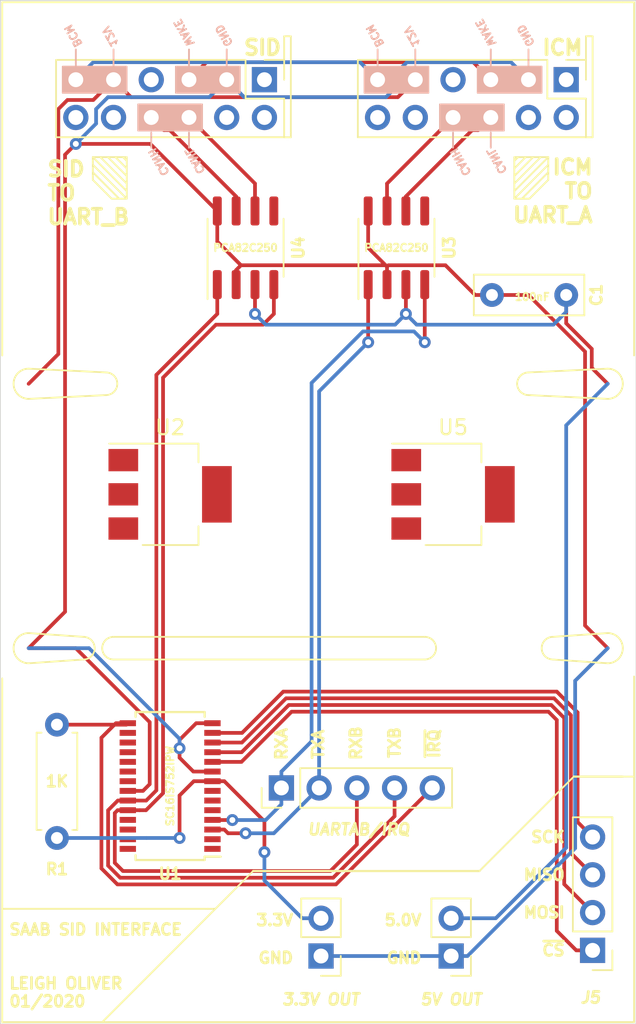
<source format=kicad_pcb>
(kicad_pcb (version 20171130) (host pcbnew 5.1.5-52549c5~84~ubuntu19.04.1)

  (general
    (thickness 1.6)
    (drawings 84)
    (tracks 214)
    (zones 0)
    (modules 13)
    (nets 49)
  )

  (page A4)
  (layers
    (0 F.Cu signal)
    (31 B.Cu signal)
    (32 B.Adhes user)
    (33 F.Adhes user)
    (34 B.Paste user)
    (35 F.Paste user)
    (36 B.SilkS user)
    (37 F.SilkS user)
    (38 B.Mask user)
    (39 F.Mask user)
    (40 Dwgs.User user)
    (41 Cmts.User user)
    (42 Eco1.User user)
    (43 Eco2.User user)
    (44 Edge.Cuts user)
    (45 Margin user)
    (46 B.CrtYd user)
    (47 F.CrtYd user)
    (48 B.Fab user)
    (49 F.Fab user)
  )

  (setup
    (last_trace_width 0.25)
    (trace_clearance 0.2)
    (zone_clearance 0.508)
    (zone_45_only no)
    (trace_min 0.2)
    (via_size 0.8)
    (via_drill 0.4)
    (via_min_size 0.4)
    (via_min_drill 0.3)
    (uvia_size 0.3)
    (uvia_drill 0.1)
    (uvias_allowed no)
    (uvia_min_size 0.2)
    (uvia_min_drill 0.1)
    (edge_width 0.05)
    (segment_width 0.2)
    (pcb_text_width 0.3)
    (pcb_text_size 1.5 1.5)
    (mod_edge_width 0.12)
    (mod_text_size 1 1)
    (mod_text_width 0.15)
    (pad_size 1.524 1.524)
    (pad_drill 0.762)
    (pad_to_mask_clearance 0.051)
    (solder_mask_min_width 0.25)
    (aux_axis_origin 0 0)
    (visible_elements FFFFFF7F)
    (pcbplotparams
      (layerselection 0x010f0_ffffffff)
      (usegerberextensions false)
      (usegerberattributes false)
      (usegerberadvancedattributes false)
      (creategerberjobfile false)
      (excludeedgelayer true)
      (linewidth 0.100000)
      (plotframeref false)
      (viasonmask false)
      (mode 1)
      (useauxorigin false)
      (hpglpennumber 1)
      (hpglpenspeed 20)
      (hpglpendiameter 15.000000)
      (psnegative false)
      (psa4output false)
      (plotreference true)
      (plotvalue true)
      (plotinvisibletext false)
      (padsonsilk false)
      (subtractmaskfromsilk false)
      (outputformat 1)
      (mirror false)
      (drillshape 0)
      (scaleselection 1)
      (outputdirectory "plot_output/"))
  )

  (net 0 "")
  (net 1 "Net-(J1-Pad10)")
  (net 2 "Net-(J1-Pad9)")
  (net 3 "Net-(J1-Pad6)")
  (net 4 VIN)
  (net 5 "Net-(J1-Pad3)")
  (net 6 GND)
  (net 7 "Net-(J2-Pad10)")
  (net 8 "Net-(J2-Pad9)")
  (net 9 "Net-(J6-Pad3)")
  (net 10 "Net-(J6-Pad4)")
  (net 11 "Net-(J6-Pad2)")
  (net 12 VDD_5V)
  (net 13 VDD_3.3V)
  (net 14 "Net-(J5-Pad4)")
  (net 15 "Net-(J5-Pad3)")
  (net 16 "Net-(J5-Pad2)")
  (net 17 "Net-(J5-Pad1)")
  (net 18 "Net-(J6-Pad5)")
  (net 19 "Net-(J6-Pad1)")
  (net 20 "Net-(J1-Pad7)")
  (net 21 "Net-(J1-Pad8)")
  (net 22 "Net-(J1-Pad4)")
  (net 23 "Net-(J1-Pad11)")
  (net 24 "Net-(J1-Pad12)")
  (net 25 "Net-(J1-Pad1)")
  (net 26 "Net-(J2-Pad7)")
  (net 27 "Net-(J2-Pad8)")
  (net 28 "Net-(J2-Pad4)")
  (net 29 "Net-(J2-Pad11)")
  (net 30 "Net-(J2-Pad12)")
  (net 31 "Net-(J2-Pad1)")
  (net 32 "Net-(U1-Pad28)")
  (net 33 "Net-(U1-Pad27)")
  (net 34 "Net-(U1-Pad26)")
  (net 35 "Net-(U1-Pad25)")
  (net 36 "Net-(U1-Pad21)")
  (net 37 "Net-(U1-Pad20)")
  (net 38 "Net-(U1-Pad19)")
  (net 39 "Net-(U1-Pad18)")
  (net 40 "Net-(U1-Pad17)")
  (net 41 "Net-(U1-Pad16)")
  (net 42 "Net-(U1-Pad5)")
  (net 43 "Net-(U1-Pad2)")
  (net 44 "Net-(U1-Pad1)")
  (net 45 "Net-(U3-Pad5)")
  (net 46 "Net-(U4-Pad5)")
  (net 47 XTAL2)
  (net 48 XTAL1)

  (net_class Default "This is the default net class."
    (clearance 0.2)
    (trace_width 0.25)
    (via_dia 0.8)
    (via_drill 0.4)
    (uvia_dia 0.3)
    (uvia_drill 0.1)
    (add_net GND)
    (add_net "Net-(J1-Pad1)")
    (add_net "Net-(J1-Pad10)")
    (add_net "Net-(J1-Pad11)")
    (add_net "Net-(J1-Pad12)")
    (add_net "Net-(J1-Pad3)")
    (add_net "Net-(J1-Pad4)")
    (add_net "Net-(J1-Pad6)")
    (add_net "Net-(J1-Pad7)")
    (add_net "Net-(J1-Pad8)")
    (add_net "Net-(J1-Pad9)")
    (add_net "Net-(J2-Pad1)")
    (add_net "Net-(J2-Pad10)")
    (add_net "Net-(J2-Pad11)")
    (add_net "Net-(J2-Pad12)")
    (add_net "Net-(J2-Pad4)")
    (add_net "Net-(J2-Pad7)")
    (add_net "Net-(J2-Pad8)")
    (add_net "Net-(J2-Pad9)")
    (add_net "Net-(J5-Pad1)")
    (add_net "Net-(J5-Pad2)")
    (add_net "Net-(J5-Pad3)")
    (add_net "Net-(J5-Pad4)")
    (add_net "Net-(J6-Pad1)")
    (add_net "Net-(J6-Pad2)")
    (add_net "Net-(J6-Pad3)")
    (add_net "Net-(J6-Pad4)")
    (add_net "Net-(J6-Pad5)")
    (add_net "Net-(U1-Pad1)")
    (add_net "Net-(U1-Pad16)")
    (add_net "Net-(U1-Pad17)")
    (add_net "Net-(U1-Pad18)")
    (add_net "Net-(U1-Pad19)")
    (add_net "Net-(U1-Pad2)")
    (add_net "Net-(U1-Pad20)")
    (add_net "Net-(U1-Pad21)")
    (add_net "Net-(U1-Pad25)")
    (add_net "Net-(U1-Pad26)")
    (add_net "Net-(U1-Pad27)")
    (add_net "Net-(U1-Pad28)")
    (add_net "Net-(U1-Pad5)")
    (add_net "Net-(U3-Pad5)")
    (add_net "Net-(U4-Pad5)")
    (add_net VDD_3.3V)
    (add_net VDD_5V)
    (add_net VIN)
    (add_net XTAL1)
    (add_net XTAL2)
  )

  (module sid-board:SAAB_SID_CONNECTOR_HEADER (layer F.Cu) (tedit 5E269FE2) (tstamp 5E1F8249)
    (at 93.98 66.04)
    (descr "Through hole straight pin header, 2x06, 2.54mm pitch, double rows")
    (tags "Through hole pin header THT 2x06 2.54mm double row")
    (path /5E210180)
    (fp_text reference J1 (at 8.68 0.127 270) (layer F.SilkS) hide
      (effects (font (size 1 1) (thickness 0.15)))
    )
    (fp_text value ICM_CONN (at 0 7.874) (layer F.Fab)
      (effects (font (size 1 1) (thickness 0.15)))
    )
    (fp_poly (pts (xy 2.159 2.286) (xy -2.159 2.286) (xy -2.159 0.508) (xy 2.159 0.508)) (layer B.SilkS) (width 0.1))
    (fp_poly (pts (xy 4.699 -0.254) (xy 0.381 -0.254) (xy 0.381 -2.032) (xy 4.699 -2.032)) (layer B.SilkS) (width 0.1))
    (fp_poly (pts (xy -2.921 -0.254) (xy -7.239 -0.254) (xy -7.239 -2.032) (xy -2.921 -2.032)) (layer B.SilkS) (width 0.1))
    (fp_line (start -1.27 2.413) (end -1.27 3.429) (layer B.SilkS) (width 0.12))
    (fp_line (start 1.27 2.413) (end 1.27 3.429) (layer B.SilkS) (width 0.12))
    (fp_line (start -6.35 -2.032) (end -6.35 -3.175) (layer B.SilkS) (width 0.12))
    (fp_line (start -3.81 -2.032) (end -3.81 -3.175) (layer B.SilkS) (width 0.12))
    (fp_line (start 1.27 -2.032) (end 1.27 -3.175) (layer B.SilkS) (width 0.12))
    (fp_line (start 3.81 -2.032) (end 3.81 -3.175) (layer B.SilkS) (width 0.12))
    (fp_text user CANH (at -0.254 5.334 300) (layer B.SilkS)
      (effects (font (size 0.5 0.5) (thickness 0.125)) (justify left mirror))
    )
    (fp_text user CANL (at 2.159 5.207 300) (layer B.SilkS)
      (effects (font (size 0.5 0.5) (thickness 0.125)) (justify left mirror))
    )
    (fp_text user BCM (at -6.985 -4.826 300) (layer B.SilkS)
      (effects (font (size 0.5 0.5) (thickness 0.125)) (justify right mirror))
    )
    (fp_text user 12V (at -4.445 -4.699 300) (layer B.SilkS)
      (effects (font (size 0.5 0.5) (thickness 0.125)) (justify right mirror))
    )
    (fp_text user WAKE (at 0.381 -5.207 300) (layer B.SilkS)
      (effects (font (size 0.5 0.5) (thickness 0.125)) (justify right mirror))
    )
    (fp_text user GND (at 3.175 -4.826 300) (layer B.SilkS)
      (effects (font (size 0.5 0.5) (thickness 0.125)) (justify right mirror))
    )
    (fp_line (start 8.128 2.7305) (end 8.128 2.413) (layer F.SilkS) (width 0.12))
    (fp_line (start 7.68 2.7305) (end 8.128 2.7305) (layer F.SilkS) (width 0.12))
    (fp_line (start 8.128 -4.064) (end 8.128 2.413) (layer F.SilkS) (width 0.12))
    (fp_line (start 7.68 -4.064) (end 8.128 -4.064) (layer F.SilkS) (width 0.12))
    (fp_line (start 7.68 -2.473) (end 7.68 -4.064) (layer F.SilkS) (width 0.12))
    (fp_text user %R (at 0 0.127) (layer F.Fab)
      (effects (font (size 1 1) (thickness 0.15)))
    )
    (fp_line (start 8.15 3.207) (end 8.15 -2.943) (layer F.CrtYd) (width 0.05))
    (fp_line (start -8.15 3.207) (end 8.15 3.207) (layer F.CrtYd) (width 0.05))
    (fp_line (start -8.15 -2.943) (end -8.15 3.207) (layer F.CrtYd) (width 0.05))
    (fp_line (start 8.15 -2.943) (end -8.15 -2.943) (layer F.CrtYd) (width 0.05))
    (fp_line (start 7.68 -2.473) (end 7.68 -1.143) (layer F.SilkS) (width 0.12))
    (fp_line (start 6.35 -2.473) (end 7.68 -2.473) (layer F.SilkS) (width 0.12))
    (fp_line (start 7.68 0.127) (end 7.68 2.727) (layer F.SilkS) (width 0.12))
    (fp_line (start 5.08 0.127) (end 7.68 0.127) (layer F.SilkS) (width 0.12))
    (fp_line (start 5.08 -2.473) (end 5.08 0.127) (layer F.SilkS) (width 0.12))
    (fp_line (start 7.68 2.727) (end -7.68 2.727) (layer F.SilkS) (width 0.12))
    (fp_line (start 5.08 -2.473) (end -7.68 -2.473) (layer F.SilkS) (width 0.12))
    (fp_line (start -7.68 -2.473) (end -7.68 2.727) (layer F.SilkS) (width 0.12))
    (fp_line (start 6.35 -2.413) (end 7.62 -1.143) (layer F.Fab) (width 0.1))
    (fp_line (start -7.62 -2.413) (end 6.35 -2.413) (layer F.Fab) (width 0.1))
    (fp_line (start -7.62 2.667) (end -7.62 -2.413) (layer F.Fab) (width 0.1))
    (fp_line (start 7.62 2.667) (end -7.62 2.667) (layer F.Fab) (width 0.1))
    (fp_line (start 7.62 -1.143) (end 7.62 2.667) (layer F.Fab) (width 0.1))
    (pad 7 thru_hole oval (at -6.35 1.397 270) (size 1.7 1.7) (drill 1) (layers *.Cu *.Mask)
      (net 20 "Net-(J1-Pad7)"))
    (pad 6 thru_hole oval (at -6.35 -1.143 270) (size 1.7 1.7) (drill 1) (layers *.Cu *.Mask)
      (net 3 "Net-(J1-Pad6)"))
    (pad 8 thru_hole oval (at -3.81 1.397 270) (size 1.7 1.7) (drill 1) (layers *.Cu *.Mask)
      (net 21 "Net-(J1-Pad8)"))
    (pad 5 thru_hole oval (at -3.81 -1.143 270) (size 1.7 1.7) (drill 1) (layers *.Cu *.Mask)
      (net 4 VIN))
    (pad 9 thru_hole oval (at -1.27 1.397 270) (size 1.7 1.7) (drill 1) (layers *.Cu *.Mask)
      (net 2 "Net-(J1-Pad9)"))
    (pad 4 thru_hole oval (at -1.27 -1.143 270) (size 1.7 1.7) (drill 1) (layers *.Cu *.Mask)
      (net 22 "Net-(J1-Pad4)"))
    (pad 10 thru_hole oval (at 1.27 1.397 270) (size 1.7 1.7) (drill 1) (layers *.Cu *.Mask)
      (net 1 "Net-(J1-Pad10)"))
    (pad 3 thru_hole oval (at 1.27 -1.143 270) (size 1.7 1.7) (drill 1) (layers *.Cu *.Mask)
      (net 5 "Net-(J1-Pad3)"))
    (pad 11 thru_hole oval (at 3.81 1.397 270) (size 1.7 1.7) (drill 1) (layers *.Cu *.Mask)
      (net 23 "Net-(J1-Pad11)"))
    (pad 2 thru_hole oval (at 3.81 -1.143 270) (size 1.7 1.7) (drill 1) (layers *.Cu *.Mask)
      (net 6 GND))
    (pad 12 thru_hole oval (at 6.35 1.397 270) (size 1.7 1.7) (drill 1) (layers *.Cu *.Mask)
      (net 24 "Net-(J1-Pad12)"))
    (pad 1 thru_hole rect (at 6.35 -1.143 270) (size 1.7 1.7) (drill 1) (layers *.Cu *.Mask)
      (net 25 "Net-(J1-Pad1)"))
    (model ${KISYS3DMOD}/Connector_PinHeader_2.54mm.3dshapes/PinHeader_2x06_P2.54mm_Vertical.wrl
      (offset (xyz 6.25 1.2 0))
      (scale (xyz 1 1 1))
      (rotate (xyz 0 0 90))
    )
  )

  (module sid-board:SAAB_SID_CONNECTOR_HEADER (layer F.Cu) (tedit 5E269FE2) (tstamp 5E1F7CC3)
    (at 73.66 66.04)
    (descr "Through hole straight pin header, 2x06, 2.54mm pitch, double rows")
    (tags "Through hole pin header THT 2x06 2.54mm double row")
    (path /5E211BEE)
    (fp_text reference J2 (at 8.68 0.127 270) (layer F.SilkS) hide
      (effects (font (size 1 1) (thickness 0.15)))
    )
    (fp_text value SID_CONN (at 0 7.874) (layer F.Fab)
      (effects (font (size 1 1) (thickness 0.15)))
    )
    (fp_poly (pts (xy 2.159 2.286) (xy -2.159 2.286) (xy -2.159 0.508) (xy 2.159 0.508)) (layer B.SilkS) (width 0.1))
    (fp_poly (pts (xy 4.699 -0.254) (xy 0.381 -0.254) (xy 0.381 -2.032) (xy 4.699 -2.032)) (layer B.SilkS) (width 0.1))
    (fp_poly (pts (xy -2.921 -0.254) (xy -7.239 -0.254) (xy -7.239 -2.032) (xy -2.921 -2.032)) (layer B.SilkS) (width 0.1))
    (fp_line (start -1.27 2.413) (end -1.27 3.429) (layer B.SilkS) (width 0.12))
    (fp_line (start 1.27 2.413) (end 1.27 3.429) (layer B.SilkS) (width 0.12))
    (fp_line (start -6.35 -2.032) (end -6.35 -3.175) (layer B.SilkS) (width 0.12))
    (fp_line (start -3.81 -2.032) (end -3.81 -3.175) (layer B.SilkS) (width 0.12))
    (fp_line (start 1.27 -2.032) (end 1.27 -3.175) (layer B.SilkS) (width 0.12))
    (fp_line (start 3.81 -2.032) (end 3.81 -3.175) (layer B.SilkS) (width 0.12))
    (fp_text user CANH (at -0.254 5.334 300) (layer B.SilkS)
      (effects (font (size 0.5 0.5) (thickness 0.125)) (justify left mirror))
    )
    (fp_text user CANL (at 2.159 5.207 300) (layer B.SilkS)
      (effects (font (size 0.5 0.5) (thickness 0.125)) (justify left mirror))
    )
    (fp_text user BCM (at -6.985 -4.826 300) (layer B.SilkS)
      (effects (font (size 0.5 0.5) (thickness 0.125)) (justify right mirror))
    )
    (fp_text user 12V (at -4.445 -4.699 300) (layer B.SilkS)
      (effects (font (size 0.5 0.5) (thickness 0.125)) (justify right mirror))
    )
    (fp_text user WAKE (at 0.381 -5.207 300) (layer B.SilkS)
      (effects (font (size 0.5 0.5) (thickness 0.125)) (justify right mirror))
    )
    (fp_text user GND (at 3.175 -4.826 300) (layer B.SilkS)
      (effects (font (size 0.5 0.5) (thickness 0.125)) (justify right mirror))
    )
    (fp_line (start 8.128 2.7305) (end 8.128 2.413) (layer F.SilkS) (width 0.12))
    (fp_line (start 7.68 2.7305) (end 8.128 2.7305) (layer F.SilkS) (width 0.12))
    (fp_line (start 8.128 -4.064) (end 8.128 2.413) (layer F.SilkS) (width 0.12))
    (fp_line (start 7.68 -4.064) (end 8.128 -4.064) (layer F.SilkS) (width 0.12))
    (fp_line (start 7.68 -2.473) (end 7.68 -4.064) (layer F.SilkS) (width 0.12))
    (fp_text user %R (at 0 0.127) (layer F.Fab)
      (effects (font (size 1 1) (thickness 0.15)))
    )
    (fp_line (start 8.15 3.207) (end 8.15 -2.943) (layer F.CrtYd) (width 0.05))
    (fp_line (start -8.15 3.207) (end 8.15 3.207) (layer F.CrtYd) (width 0.05))
    (fp_line (start -8.15 -2.943) (end -8.15 3.207) (layer F.CrtYd) (width 0.05))
    (fp_line (start 8.15 -2.943) (end -8.15 -2.943) (layer F.CrtYd) (width 0.05))
    (fp_line (start 7.68 -2.473) (end 7.68 -1.143) (layer F.SilkS) (width 0.12))
    (fp_line (start 6.35 -2.473) (end 7.68 -2.473) (layer F.SilkS) (width 0.12))
    (fp_line (start 7.68 0.127) (end 7.68 2.727) (layer F.SilkS) (width 0.12))
    (fp_line (start 5.08 0.127) (end 7.68 0.127) (layer F.SilkS) (width 0.12))
    (fp_line (start 5.08 -2.473) (end 5.08 0.127) (layer F.SilkS) (width 0.12))
    (fp_line (start 7.68 2.727) (end -7.68 2.727) (layer F.SilkS) (width 0.12))
    (fp_line (start 5.08 -2.473) (end -7.68 -2.473) (layer F.SilkS) (width 0.12))
    (fp_line (start -7.68 -2.473) (end -7.68 2.727) (layer F.SilkS) (width 0.12))
    (fp_line (start 6.35 -2.413) (end 7.62 -1.143) (layer F.Fab) (width 0.1))
    (fp_line (start -7.62 -2.413) (end 6.35 -2.413) (layer F.Fab) (width 0.1))
    (fp_line (start -7.62 2.667) (end -7.62 -2.413) (layer F.Fab) (width 0.1))
    (fp_line (start 7.62 2.667) (end -7.62 2.667) (layer F.Fab) (width 0.1))
    (fp_line (start 7.62 -1.143) (end 7.62 2.667) (layer F.Fab) (width 0.1))
    (pad 7 thru_hole oval (at -6.35 1.397 270) (size 1.7 1.7) (drill 1) (layers *.Cu *.Mask)
      (net 26 "Net-(J2-Pad7)"))
    (pad 6 thru_hole oval (at -6.35 -1.143 270) (size 1.7 1.7) (drill 1) (layers *.Cu *.Mask)
      (net 3 "Net-(J1-Pad6)"))
    (pad 8 thru_hole oval (at -3.81 1.397 270) (size 1.7 1.7) (drill 1) (layers *.Cu *.Mask)
      (net 27 "Net-(J2-Pad8)"))
    (pad 5 thru_hole oval (at -3.81 -1.143 270) (size 1.7 1.7) (drill 1) (layers *.Cu *.Mask)
      (net 4 VIN))
    (pad 9 thru_hole oval (at -1.27 1.397 270) (size 1.7 1.7) (drill 1) (layers *.Cu *.Mask)
      (net 8 "Net-(J2-Pad9)"))
    (pad 4 thru_hole oval (at -1.27 -1.143 270) (size 1.7 1.7) (drill 1) (layers *.Cu *.Mask)
      (net 28 "Net-(J2-Pad4)"))
    (pad 10 thru_hole oval (at 1.27 1.397 270) (size 1.7 1.7) (drill 1) (layers *.Cu *.Mask)
      (net 7 "Net-(J2-Pad10)"))
    (pad 3 thru_hole oval (at 1.27 -1.143 270) (size 1.7 1.7) (drill 1) (layers *.Cu *.Mask)
      (net 5 "Net-(J1-Pad3)"))
    (pad 11 thru_hole oval (at 3.81 1.397 270) (size 1.7 1.7) (drill 1) (layers *.Cu *.Mask)
      (net 29 "Net-(J2-Pad11)"))
    (pad 2 thru_hole oval (at 3.81 -1.143 270) (size 1.7 1.7) (drill 1) (layers *.Cu *.Mask)
      (net 6 GND))
    (pad 12 thru_hole oval (at 6.35 1.397 270) (size 1.7 1.7) (drill 1) (layers *.Cu *.Mask)
      (net 30 "Net-(J2-Pad12)"))
    (pad 1 thru_hole rect (at 6.35 -1.143 270) (size 1.7 1.7) (drill 1) (layers *.Cu *.Mask)
      (net 31 "Net-(J2-Pad1)"))
    (model ${KISYS3DMOD}/Connector_PinHeader_2.54mm.3dshapes/PinHeader_2x06_P2.54mm_Vertical.wrl
      (offset (xyz 6.25 1.2 0))
      (scale (xyz 1 1 1))
      (rotate (xyz 0 0 90))
    )
  )

  (module Package_SO:SOIC-8_3.9x4.9mm_P1.27mm (layer F.Cu) (tedit 5C97300E) (tstamp 5E1EB7BB)
    (at 88.9 76.2 90)
    (descr "SOIC, 8 Pin (JEDEC MS-012AA, https://www.analog.com/media/en/package-pcb-resources/package/pkg_pdf/soic_narrow-r/r_8.pdf), generated with kicad-footprint-generator ipc_gullwing_generator.py")
    (tags "SOIC SO")
    (path /5E1EEB2A)
    (attr smd)
    (fp_text reference U3 (at 0 3.556 270) (layer F.SilkS)
      (effects (font (size 0.75 0.75) (thickness 0.1875)))
    )
    (fp_text value PCA82C250 (at 0 0 180) (layer F.SilkS)
      (effects (font (size 0.5 0.5) (thickness 0.125)))
    )
    (fp_line (start 0 2.56) (end 1.95 2.56) (layer F.SilkS) (width 0.12))
    (fp_line (start 0 2.56) (end -1.95 2.56) (layer F.SilkS) (width 0.12))
    (fp_line (start 0 -2.56) (end 1.95 -2.56) (layer F.SilkS) (width 0.12))
    (fp_line (start 0 -2.56) (end -3.45 -2.56) (layer F.SilkS) (width 0.12))
    (fp_line (start -0.975 -2.45) (end 1.95 -2.45) (layer F.Fab) (width 0.1))
    (fp_line (start 1.95 -2.45) (end 1.95 2.45) (layer F.Fab) (width 0.1))
    (fp_line (start 1.95 2.45) (end -1.95 2.45) (layer F.Fab) (width 0.1))
    (fp_line (start -1.95 2.45) (end -1.95 -1.475) (layer F.Fab) (width 0.1))
    (fp_line (start -1.95 -1.475) (end -0.975 -2.45) (layer F.Fab) (width 0.1))
    (fp_line (start -3.7 -2.7) (end -3.7 2.7) (layer F.CrtYd) (width 0.05))
    (fp_line (start -3.7 2.7) (end 3.7 2.7) (layer F.CrtYd) (width 0.05))
    (fp_line (start 3.7 2.7) (end 3.7 -2.7) (layer F.CrtYd) (width 0.05))
    (fp_line (start 3.7 -2.7) (end -3.7 -2.7) (layer F.CrtYd) (width 0.05))
    (fp_text user %R (at 0 0 90) (layer F.Fab)
      (effects (font (size 0.98 0.98) (thickness 0.15)))
    )
    (pad 1 smd roundrect (at -2.475 -1.905 90) (size 1.95 0.6) (layers F.Cu F.Paste F.Mask) (roundrect_rratio 0.25)
      (net 11 "Net-(J6-Pad2)"))
    (pad 2 smd roundrect (at -2.475 -0.635 90) (size 1.95 0.6) (layers F.Cu F.Paste F.Mask) (roundrect_rratio 0.25)
      (net 6 GND))
    (pad 3 smd roundrect (at -2.475 0.635 90) (size 1.95 0.6) (layers F.Cu F.Paste F.Mask) (roundrect_rratio 0.25)
      (net 12 VDD_5V))
    (pad 4 smd roundrect (at -2.475 1.905 90) (size 1.95 0.6) (layers F.Cu F.Paste F.Mask) (roundrect_rratio 0.25)
      (net 19 "Net-(J6-Pad1)"))
    (pad 5 smd roundrect (at 2.475 1.905 90) (size 1.95 0.6) (layers F.Cu F.Paste F.Mask) (roundrect_rratio 0.25)
      (net 45 "Net-(U3-Pad5)"))
    (pad 6 smd roundrect (at 2.475 0.635 90) (size 1.95 0.6) (layers F.Cu F.Paste F.Mask) (roundrect_rratio 0.25)
      (net 1 "Net-(J1-Pad10)"))
    (pad 7 smd roundrect (at 2.475 -0.635 90) (size 1.95 0.6) (layers F.Cu F.Paste F.Mask) (roundrect_rratio 0.25)
      (net 2 "Net-(J1-Pad9)"))
    (pad 8 smd roundrect (at 2.475 -1.905 90) (size 1.95 0.6) (layers F.Cu F.Paste F.Mask) (roundrect_rratio 0.25)
      (net 6 GND))
    (model ${KISYS3DMOD}/Package_SO.3dshapes/SOIC-8_3.9x4.9mm_P1.27mm.wrl
      (at (xyz 0 0 0))
      (scale (xyz 1 1 1))
      (rotate (xyz 0 0 0))
    )
  )

  (module Package_SO:SOIC-8_3.9x4.9mm_P1.27mm (layer F.Cu) (tedit 5C97300E) (tstamp 5E1EB7D5)
    (at 78.74 76.2 90)
    (descr "SOIC, 8 Pin (JEDEC MS-012AA, https://www.analog.com/media/en/package-pcb-resources/package/pkg_pdf/soic_narrow-r/r_8.pdf), generated with kicad-footprint-generator ipc_gullwing_generator.py")
    (tags "SOIC SO")
    (path /5E1F1E39)
    (attr smd)
    (fp_text reference U4 (at 0 3.556 90) (layer F.SilkS)
      (effects (font (size 0.75 0.75) (thickness 0.1875)))
    )
    (fp_text value PCA82C250 (at 0 0 180) (layer F.SilkS)
      (effects (font (size 0.5 0.5) (thickness 0.125)))
    )
    (fp_text user %R (at 0 0 90) (layer F.Fab)
      (effects (font (size 0.98 0.98) (thickness 0.15)))
    )
    (fp_line (start 3.7 -2.7) (end -3.7 -2.7) (layer F.CrtYd) (width 0.05))
    (fp_line (start 3.7 2.7) (end 3.7 -2.7) (layer F.CrtYd) (width 0.05))
    (fp_line (start -3.7 2.7) (end 3.7 2.7) (layer F.CrtYd) (width 0.05))
    (fp_line (start -3.7 -2.7) (end -3.7 2.7) (layer F.CrtYd) (width 0.05))
    (fp_line (start -1.95 -1.475) (end -0.975 -2.45) (layer F.Fab) (width 0.1))
    (fp_line (start -1.95 2.45) (end -1.95 -1.475) (layer F.Fab) (width 0.1))
    (fp_line (start 1.95 2.45) (end -1.95 2.45) (layer F.Fab) (width 0.1))
    (fp_line (start 1.95 -2.45) (end 1.95 2.45) (layer F.Fab) (width 0.1))
    (fp_line (start -0.975 -2.45) (end 1.95 -2.45) (layer F.Fab) (width 0.1))
    (fp_line (start 0 -2.56) (end -3.45 -2.56) (layer F.SilkS) (width 0.12))
    (fp_line (start 0 -2.56) (end 1.95 -2.56) (layer F.SilkS) (width 0.12))
    (fp_line (start 0 2.56) (end -1.95 2.56) (layer F.SilkS) (width 0.12))
    (fp_line (start 0 2.56) (end 1.95 2.56) (layer F.SilkS) (width 0.12))
    (pad 8 smd roundrect (at 2.475 -1.905 90) (size 1.95 0.6) (layers F.Cu F.Paste F.Mask) (roundrect_rratio 0.25)
      (net 6 GND))
    (pad 7 smd roundrect (at 2.475 -0.635 90) (size 1.95 0.6) (layers F.Cu F.Paste F.Mask) (roundrect_rratio 0.25)
      (net 8 "Net-(J2-Pad9)"))
    (pad 6 smd roundrect (at 2.475 0.635 90) (size 1.95 0.6) (layers F.Cu F.Paste F.Mask) (roundrect_rratio 0.25)
      (net 7 "Net-(J2-Pad10)"))
    (pad 5 smd roundrect (at 2.475 1.905 90) (size 1.95 0.6) (layers F.Cu F.Paste F.Mask) (roundrect_rratio 0.25)
      (net 46 "Net-(U4-Pad5)"))
    (pad 4 smd roundrect (at -2.475 1.905 90) (size 1.95 0.6) (layers F.Cu F.Paste F.Mask) (roundrect_rratio 0.25)
      (net 9 "Net-(J6-Pad3)"))
    (pad 3 smd roundrect (at -2.475 0.635 90) (size 1.95 0.6) (layers F.Cu F.Paste F.Mask) (roundrect_rratio 0.25)
      (net 12 VDD_5V))
    (pad 2 smd roundrect (at -2.475 -0.635 90) (size 1.95 0.6) (layers F.Cu F.Paste F.Mask) (roundrect_rratio 0.25)
      (net 6 GND))
    (pad 1 smd roundrect (at -2.475 -1.905 90) (size 1.95 0.6) (layers F.Cu F.Paste F.Mask) (roundrect_rratio 0.25)
      (net 10 "Net-(J6-Pad4)"))
    (model ${KISYS3DMOD}/Package_SO.3dshapes/SOIC-8_3.9x4.9mm_P1.27mm.wrl
      (at (xyz 0 0 0))
      (scale (xyz 1 1 1))
      (rotate (xyz 0 0 0))
    )
  )

  (module Capacitor_THT:C_Rect_L7.2mm_W2.5mm_P5.00mm_FKS2_FKP2_MKS2_MKP2 (layer F.Cu) (tedit 5AE50EF0) (tstamp 5E1F8ECA)
    (at 100.33 79.375 180)
    (descr "C, Rect series, Radial, pin pitch=5.00mm, , length*width=7.2*2.5mm^2, Capacitor, http://www.wima.com/EN/WIMA_FKS_2.pdf")
    (tags "C Rect series Radial pin pitch 5.00mm  length 7.2mm width 2.5mm Capacitor")
    (path /5E2BAD29)
    (fp_text reference C1 (at -2.032 0 270) (layer F.SilkS)
      (effects (font (size 0.75 0.75) (thickness 0.1875)))
    )
    (fp_text value 100nF (at 2.286 -0.127) (layer F.SilkS)
      (effects (font (size 0.5 0.5) (thickness 0.125)))
    )
    (fp_text user %R (at 2.417433 0.082567) (layer F.Fab)
      (effects (font (size 1 1) (thickness 0.15)))
    )
    (fp_line (start 6.35 -1.5) (end -1.35 -1.5) (layer F.CrtYd) (width 0.05))
    (fp_line (start 6.35 1.5) (end 6.35 -1.5) (layer F.CrtYd) (width 0.05))
    (fp_line (start -1.35 1.5) (end 6.35 1.5) (layer F.CrtYd) (width 0.05))
    (fp_line (start -1.35 -1.5) (end -1.35 1.5) (layer F.CrtYd) (width 0.05))
    (fp_line (start 6.22 -1.37) (end 6.22 1.37) (layer F.SilkS) (width 0.12))
    (fp_line (start -1.22 -1.37) (end -1.22 1.37) (layer F.SilkS) (width 0.12))
    (fp_line (start -1.22 1.37) (end 6.22 1.37) (layer F.SilkS) (width 0.12))
    (fp_line (start -1.22 -1.37) (end 6.22 -1.37) (layer F.SilkS) (width 0.12))
    (fp_line (start 6.1 -1.25) (end -1.1 -1.25) (layer F.Fab) (width 0.1))
    (fp_line (start 6.1 1.25) (end 6.1 -1.25) (layer F.Fab) (width 0.1))
    (fp_line (start -1.1 1.25) (end 6.1 1.25) (layer F.Fab) (width 0.1))
    (fp_line (start -1.1 -1.25) (end -1.1 1.25) (layer F.Fab) (width 0.1))
    (pad 2 thru_hole circle (at 5 0 180) (size 1.6 1.6) (drill 0.8) (layers *.Cu *.Mask)
      (net 6 GND))
    (pad 1 thru_hole circle (at 0 0 180) (size 1.6 1.6) (drill 0.8) (layers *.Cu *.Mask)
      (net 12 VDD_5V))
    (model ${KISYS3DMOD}/Capacitor_THT.3dshapes/C_Rect_L7.2mm_W2.5mm_P5.00mm_FKS2_FKP2_MKS2_MKP2.wrl
      (at (xyz 0 0 0))
      (scale (xyz 1 1 1))
      (rotate (xyz 0 0 0))
    )
  )

  (module Connector_PinHeader_2.54mm:PinHeader_1x02_P2.54mm_Vertical (layer F.Cu) (tedit 59FED5CC) (tstamp 5E1EF4CA)
    (at 92.583 123.825 180)
    (descr "Through hole straight pin header, 1x02, 2.54mm pitch, single row")
    (tags "Through hole pin header THT 1x02 2.54mm single row")
    (path /5E30F0FD)
    (fp_text reference J3 (at 0 5.207) (layer F.Fab)
      (effects (font (size 1 1) (thickness 0.15)))
    )
    (fp_text value "5V OUT" (at 0 -2.921) (layer F.SilkS)
      (effects (font (size 0.75 0.75) (thickness 0.1875) italic))
    )
    (fp_text user %R (at 0 1.27 90) (layer F.Fab)
      (effects (font (size 1 1) (thickness 0.15)))
    )
    (fp_line (start 1.8 -1.8) (end -1.8 -1.8) (layer F.CrtYd) (width 0.05))
    (fp_line (start 1.8 4.35) (end 1.8 -1.8) (layer F.CrtYd) (width 0.05))
    (fp_line (start -1.8 4.35) (end 1.8 4.35) (layer F.CrtYd) (width 0.05))
    (fp_line (start -1.8 -1.8) (end -1.8 4.35) (layer F.CrtYd) (width 0.05))
    (fp_line (start -1.33 -1.33) (end 0 -1.33) (layer F.SilkS) (width 0.12))
    (fp_line (start -1.33 0) (end -1.33 -1.33) (layer F.SilkS) (width 0.12))
    (fp_line (start -1.33 1.27) (end 1.33 1.27) (layer F.SilkS) (width 0.12))
    (fp_line (start 1.33 1.27) (end 1.33 3.87) (layer F.SilkS) (width 0.12))
    (fp_line (start -1.33 1.27) (end -1.33 3.87) (layer F.SilkS) (width 0.12))
    (fp_line (start -1.33 3.87) (end 1.33 3.87) (layer F.SilkS) (width 0.12))
    (fp_line (start -1.27 -0.635) (end -0.635 -1.27) (layer F.Fab) (width 0.1))
    (fp_line (start -1.27 3.81) (end -1.27 -0.635) (layer F.Fab) (width 0.1))
    (fp_line (start 1.27 3.81) (end -1.27 3.81) (layer F.Fab) (width 0.1))
    (fp_line (start 1.27 -1.27) (end 1.27 3.81) (layer F.Fab) (width 0.1))
    (fp_line (start -0.635 -1.27) (end 1.27 -1.27) (layer F.Fab) (width 0.1))
    (pad 2 thru_hole oval (at 0 2.54 180) (size 1.7 1.7) (drill 1) (layers *.Cu *.Mask)
      (net 12 VDD_5V))
    (pad 1 thru_hole rect (at 0 0 180) (size 1.7 1.7) (drill 1) (layers *.Cu *.Mask)
      (net 6 GND))
    (model ${KISYS3DMOD}/Connector_PinHeader_2.54mm.3dshapes/PinHeader_1x02_P2.54mm_Vertical.wrl
      (at (xyz 0 0 0))
      (scale (xyz 1 1 1))
      (rotate (xyz 0 0 0))
    )
  )

  (module Connector_PinHeader_2.54mm:PinHeader_1x02_P2.54mm_Vertical (layer F.Cu) (tedit 59FED5CC) (tstamp 5E1F1B80)
    (at 83.82 123.825 180)
    (descr "Through hole straight pin header, 1x02, 2.54mm pitch, single row")
    (tags "Through hole pin header THT 1x02 2.54mm single row")
    (path /5E310D87)
    (fp_text reference J4 (at 0.127 5.207) (layer F.Fab)
      (effects (font (size 1 1) (thickness 0.15)))
    )
    (fp_text value "3.3V OUT" (at 0 -2.921) (layer F.SilkS)
      (effects (font (size 0.75 0.75) (thickness 0.1875) italic))
    )
    (fp_text user %R (at 0 1.27 90) (layer F.Fab)
      (effects (font (size 1 1) (thickness 0.15)))
    )
    (fp_line (start 1.8 -1.8) (end -1.8 -1.8) (layer F.CrtYd) (width 0.05))
    (fp_line (start 1.8 4.35) (end 1.8 -1.8) (layer F.CrtYd) (width 0.05))
    (fp_line (start -1.8 4.35) (end 1.8 4.35) (layer F.CrtYd) (width 0.05))
    (fp_line (start -1.8 -1.8) (end -1.8 4.35) (layer F.CrtYd) (width 0.05))
    (fp_line (start -1.33 -1.33) (end 0 -1.33) (layer F.SilkS) (width 0.12))
    (fp_line (start -1.33 0) (end -1.33 -1.33) (layer F.SilkS) (width 0.12))
    (fp_line (start -1.33 1.27) (end 1.33 1.27) (layer F.SilkS) (width 0.12))
    (fp_line (start 1.33 1.27) (end 1.33 3.87) (layer F.SilkS) (width 0.12))
    (fp_line (start -1.33 1.27) (end -1.33 3.87) (layer F.SilkS) (width 0.12))
    (fp_line (start -1.33 3.87) (end 1.33 3.87) (layer F.SilkS) (width 0.12))
    (fp_line (start -1.27 -0.635) (end -0.635 -1.27) (layer F.Fab) (width 0.1))
    (fp_line (start -1.27 3.81) (end -1.27 -0.635) (layer F.Fab) (width 0.1))
    (fp_line (start 1.27 3.81) (end -1.27 3.81) (layer F.Fab) (width 0.1))
    (fp_line (start 1.27 -1.27) (end 1.27 3.81) (layer F.Fab) (width 0.1))
    (fp_line (start -0.635 -1.27) (end 1.27 -1.27) (layer F.Fab) (width 0.1))
    (pad 2 thru_hole oval (at 0 2.54 180) (size 1.7 1.7) (drill 1) (layers *.Cu *.Mask)
      (net 13 VDD_3.3V))
    (pad 1 thru_hole rect (at 0 0 180) (size 1.7 1.7) (drill 1) (layers *.Cu *.Mask)
      (net 6 GND))
    (model ${KISYS3DMOD}/Connector_PinHeader_2.54mm.3dshapes/PinHeader_1x02_P2.54mm_Vertical.wrl
      (at (xyz 0 0 0))
      (scale (xyz 1 1 1))
      (rotate (xyz 0 0 0))
    )
  )

  (module Connector_PinHeader_2.54mm:PinHeader_1x04_P2.54mm_Vertical (layer F.Cu) (tedit 59FED5CC) (tstamp 5E1EF4F8)
    (at 102.108 123.444 180)
    (descr "Through hole straight pin header, 1x04, 2.54mm pitch, single row")
    (tags "Through hole pin header THT 1x04 2.54mm single row")
    (path /5E308950)
    (fp_text reference J5 (at 0.127 -3.175) (layer F.SilkS)
      (effects (font (size 0.75 0.75) (thickness 0.1875) italic))
    )
    (fp_text value SPI (at 0 9.95) (layer F.Fab)
      (effects (font (size 1 1) (thickness 0.15)))
    )
    (fp_text user %R (at 0 3.81 90) (layer F.Fab)
      (effects (font (size 1 1) (thickness 0.15)))
    )
    (fp_line (start 1.8 -1.8) (end -1.8 -1.8) (layer F.CrtYd) (width 0.05))
    (fp_line (start 1.8 9.4) (end 1.8 -1.8) (layer F.CrtYd) (width 0.05))
    (fp_line (start -1.8 9.4) (end 1.8 9.4) (layer F.CrtYd) (width 0.05))
    (fp_line (start -1.8 -1.8) (end -1.8 9.4) (layer F.CrtYd) (width 0.05))
    (fp_line (start -1.33 -1.33) (end 0 -1.33) (layer F.SilkS) (width 0.12))
    (fp_line (start -1.33 0) (end -1.33 -1.33) (layer F.SilkS) (width 0.12))
    (fp_line (start -1.33 1.27) (end 1.33 1.27) (layer F.SilkS) (width 0.12))
    (fp_line (start 1.33 1.27) (end 1.33 8.95) (layer F.SilkS) (width 0.12))
    (fp_line (start -1.33 1.27) (end -1.33 8.95) (layer F.SilkS) (width 0.12))
    (fp_line (start -1.33 8.95) (end 1.33 8.95) (layer F.SilkS) (width 0.12))
    (fp_line (start -1.27 -0.635) (end -0.635 -1.27) (layer F.Fab) (width 0.1))
    (fp_line (start -1.27 8.89) (end -1.27 -0.635) (layer F.Fab) (width 0.1))
    (fp_line (start 1.27 8.89) (end -1.27 8.89) (layer F.Fab) (width 0.1))
    (fp_line (start 1.27 -1.27) (end 1.27 8.89) (layer F.Fab) (width 0.1))
    (fp_line (start -0.635 -1.27) (end 1.27 -1.27) (layer F.Fab) (width 0.1))
    (pad 4 thru_hole oval (at 0 7.62 180) (size 1.7 1.7) (drill 1) (layers *.Cu *.Mask)
      (net 14 "Net-(J5-Pad4)"))
    (pad 3 thru_hole oval (at 0 5.08 180) (size 1.7 1.7) (drill 1) (layers *.Cu *.Mask)
      (net 15 "Net-(J5-Pad3)"))
    (pad 2 thru_hole oval (at 0 2.54 180) (size 1.7 1.7) (drill 1) (layers *.Cu *.Mask)
      (net 16 "Net-(J5-Pad2)"))
    (pad 1 thru_hole rect (at 0 0 180) (size 1.7 1.7) (drill 1) (layers *.Cu *.Mask)
      (net 17 "Net-(J5-Pad1)"))
    (model ${KISYS3DMOD}/Connector_PinHeader_2.54mm.3dshapes/PinHeader_1x04_P2.54mm_Vertical.wrl
      (at (xyz 0 0 0))
      (scale (xyz 1 1 1))
      (rotate (xyz 0 0 0))
    )
  )

  (module Connector_PinHeader_2.54mm:PinHeader_1x05_P2.54mm_Vertical (layer F.Cu) (tedit 59FED5CC) (tstamp 5E1EF511)
    (at 81.153 112.522 90)
    (descr "Through hole straight pin header, 1x05, 2.54mm pitch, single row")
    (tags "Through hole pin header THT 1x05 2.54mm single row")
    (path /5E325875)
    (fp_text reference J6 (at 0 -2.33 90) (layer F.Fab)
      (effects (font (size 1 1) (thickness 0.15)))
    )
    (fp_text value UARTAB/IRQ (at -2.794 5.207 180) (layer F.SilkS)
      (effects (font (size 0.75 0.75) (thickness 0.1875) italic))
    )
    (fp_text user %R (at 0 5.08) (layer F.Fab)
      (effects (font (size 1 1) (thickness 0.15)))
    )
    (fp_line (start 1.8 -1.8) (end -1.8 -1.8) (layer F.CrtYd) (width 0.05))
    (fp_line (start 1.8 11.95) (end 1.8 -1.8) (layer F.CrtYd) (width 0.05))
    (fp_line (start -1.8 11.95) (end 1.8 11.95) (layer F.CrtYd) (width 0.05))
    (fp_line (start -1.8 -1.8) (end -1.8 11.95) (layer F.CrtYd) (width 0.05))
    (fp_line (start -1.33 -1.33) (end 0 -1.33) (layer F.SilkS) (width 0.12))
    (fp_line (start -1.33 0) (end -1.33 -1.33) (layer F.SilkS) (width 0.12))
    (fp_line (start -1.33 1.27) (end 1.33 1.27) (layer F.SilkS) (width 0.12))
    (fp_line (start 1.33 1.27) (end 1.33 11.49) (layer F.SilkS) (width 0.12))
    (fp_line (start -1.33 1.27) (end -1.33 11.49) (layer F.SilkS) (width 0.12))
    (fp_line (start -1.33 11.49) (end 1.33 11.49) (layer F.SilkS) (width 0.12))
    (fp_line (start -1.27 -0.635) (end -0.635 -1.27) (layer F.Fab) (width 0.1))
    (fp_line (start -1.27 11.43) (end -1.27 -0.635) (layer F.Fab) (width 0.1))
    (fp_line (start 1.27 11.43) (end -1.27 11.43) (layer F.Fab) (width 0.1))
    (fp_line (start 1.27 -1.27) (end 1.27 11.43) (layer F.Fab) (width 0.1))
    (fp_line (start -0.635 -1.27) (end 1.27 -1.27) (layer F.Fab) (width 0.1))
    (pad 5 thru_hole oval (at 0 10.16 90) (size 1.7 1.7) (drill 1) (layers *.Cu *.Mask)
      (net 18 "Net-(J6-Pad5)"))
    (pad 4 thru_hole oval (at 0 7.62 90) (size 1.7 1.7) (drill 1) (layers *.Cu *.Mask)
      (net 10 "Net-(J6-Pad4)"))
    (pad 3 thru_hole oval (at 0 5.08 90) (size 1.7 1.7) (drill 1) (layers *.Cu *.Mask)
      (net 9 "Net-(J6-Pad3)"))
    (pad 2 thru_hole oval (at 0 2.54 90) (size 1.7 1.7) (drill 1) (layers *.Cu *.Mask)
      (net 11 "Net-(J6-Pad2)"))
    (pad 1 thru_hole rect (at 0 0 90) (size 1.7 1.7) (drill 1) (layers *.Cu *.Mask)
      (net 19 "Net-(J6-Pad1)"))
    (model ${KISYS3DMOD}/Connector_PinHeader_2.54mm.3dshapes/PinHeader_1x05_P2.54mm_Vertical.wrl
      (at (xyz 0 0 0))
      (scale (xyz 1 1 1))
      (rotate (xyz 0 0 0))
    )
  )

  (module Resistor_THT:R_Axial_DIN0207_L6.3mm_D2.5mm_P7.62mm_Horizontal (layer F.Cu) (tedit 5AE5139B) (tstamp 5E1F303D)
    (at 66.04 108.2675 270)
    (descr "Resistor, Axial_DIN0207 series, Axial, Horizontal, pin pitch=7.62mm, 0.25W = 1/4W, length*diameter=6.3*2.5mm^2, http://cdn-reichelt.de/documents/datenblatt/B400/1_4W%23YAG.pdf")
    (tags "Resistor Axial_DIN0207 series Axial Horizontal pin pitch 7.62mm 0.25W = 1/4W length 6.3mm diameter 2.5mm")
    (path /5E32A99C)
    (fp_text reference R1 (at 9.7155 0 180) (layer F.SilkS)
      (effects (font (size 0.75 0.75) (thickness 0.1875)))
    )
    (fp_text value 1K (at 3.81 0 180) (layer F.SilkS)
      (effects (font (size 0.75 0.75) (thickness 0.1875)))
    )
    (fp_text user %R (at 3.81 0 90) (layer F.Fab)
      (effects (font (size 1 1) (thickness 0.15)))
    )
    (fp_line (start 8.67 -1.5) (end -1.05 -1.5) (layer F.CrtYd) (width 0.05))
    (fp_line (start 8.67 1.5) (end 8.67 -1.5) (layer F.CrtYd) (width 0.05))
    (fp_line (start -1.05 1.5) (end 8.67 1.5) (layer F.CrtYd) (width 0.05))
    (fp_line (start -1.05 -1.5) (end -1.05 1.5) (layer F.CrtYd) (width 0.05))
    (fp_line (start 7.08 1.37) (end 7.08 1.04) (layer F.SilkS) (width 0.12))
    (fp_line (start 0.54 1.37) (end 7.08 1.37) (layer F.SilkS) (width 0.12))
    (fp_line (start 0.54 1.04) (end 0.54 1.37) (layer F.SilkS) (width 0.12))
    (fp_line (start 7.08 -1.37) (end 7.08 -1.04) (layer F.SilkS) (width 0.12))
    (fp_line (start 0.54 -1.37) (end 7.08 -1.37) (layer F.SilkS) (width 0.12))
    (fp_line (start 0.54 -1.04) (end 0.54 -1.37) (layer F.SilkS) (width 0.12))
    (fp_line (start 7.62 0) (end 6.96 0) (layer F.Fab) (width 0.1))
    (fp_line (start 0 0) (end 0.66 0) (layer F.Fab) (width 0.1))
    (fp_line (start 6.96 -1.25) (end 0.66 -1.25) (layer F.Fab) (width 0.1))
    (fp_line (start 6.96 1.25) (end 6.96 -1.25) (layer F.Fab) (width 0.1))
    (fp_line (start 0.66 1.25) (end 6.96 1.25) (layer F.Fab) (width 0.1))
    (fp_line (start 0.66 -1.25) (end 0.66 1.25) (layer F.Fab) (width 0.1))
    (pad 2 thru_hole oval (at 7.62 0 270) (size 1.6 1.6) (drill 0.8) (layers *.Cu *.Mask)
      (net 13 VDD_3.3V))
    (pad 1 thru_hole circle (at 0 0 270) (size 1.6 1.6) (drill 0.8) (layers *.Cu *.Mask)
      (net 18 "Net-(J6-Pad5)"))
    (model ${KISYS3DMOD}/Resistor_THT.3dshapes/R_Axial_DIN0207_L6.3mm_D2.5mm_P7.62mm_Horizontal.wrl
      (at (xyz 0 0 0))
      (scale (xyz 1 1 1))
      (rotate (xyz 0 0 0))
    )
  )

  (module Package_SO:TSSOP-28_4.4x9.7mm_P0.65mm (layer F.Cu) (tedit 5A02F25C) (tstamp 5E1F05F7)
    (at 73.66 112.395 180)
    (descr "TSSOP28: plastic thin shrink small outline package; 28 leads; body width 4.4 mm; (see NXP SSOP-TSSOP-VSO-REFLOW.pdf and sot361-1_po.pdf)")
    (tags "SSOP 0.65")
    (path /5E1EA07F)
    (attr smd)
    (fp_text reference U1 (at 0 -5.9) (layer F.SilkS)
      (effects (font (size 0.75 0.75) (thickness 0.1875)))
    )
    (fp_text value SC16IS752IPW (at 0 0 90) (layer F.SilkS)
      (effects (font (size 0.5 0.5) (thickness 0.125)))
    )
    (fp_text user %R (at 0 0) (layer F.Fab)
      (effects (font (size 0.8 0.8) (thickness 0.15)))
    )
    (fp_line (start -2.325 -4.75) (end -3.4 -4.75) (layer F.SilkS) (width 0.15))
    (fp_line (start -2.325 4.975) (end 2.325 4.975) (layer F.SilkS) (width 0.15))
    (fp_line (start -2.325 -4.975) (end 2.325 -4.975) (layer F.SilkS) (width 0.15))
    (fp_line (start -2.325 4.975) (end -2.325 4.65) (layer F.SilkS) (width 0.15))
    (fp_line (start 2.325 4.975) (end 2.325 4.65) (layer F.SilkS) (width 0.15))
    (fp_line (start 2.325 -4.975) (end 2.325 -4.65) (layer F.SilkS) (width 0.15))
    (fp_line (start -2.325 -4.975) (end -2.325 -4.75) (layer F.SilkS) (width 0.15))
    (fp_line (start -3.65 5.15) (end 3.65 5.15) (layer F.CrtYd) (width 0.05))
    (fp_line (start -3.65 -5.15) (end 3.65 -5.15) (layer F.CrtYd) (width 0.05))
    (fp_line (start 3.65 -5.15) (end 3.65 5.15) (layer F.CrtYd) (width 0.05))
    (fp_line (start -3.65 -5.15) (end -3.65 5.15) (layer F.CrtYd) (width 0.05))
    (fp_line (start -2.2 -3.85) (end -1.2 -4.85) (layer F.Fab) (width 0.15))
    (fp_line (start -2.2 4.85) (end -2.2 -3.85) (layer F.Fab) (width 0.15))
    (fp_line (start 2.2 4.85) (end -2.2 4.85) (layer F.Fab) (width 0.15))
    (fp_line (start 2.2 -4.85) (end 2.2 4.85) (layer F.Fab) (width 0.15))
    (fp_line (start -1.2 -4.85) (end 2.2 -4.85) (layer F.Fab) (width 0.15))
    (pad 28 smd rect (at 2.85 -4.225 180) (size 1.1 0.4) (layers F.Cu F.Paste F.Mask)
      (net 32 "Net-(U1-Pad28)"))
    (pad 27 smd rect (at 2.85 -3.575 180) (size 1.1 0.4) (layers F.Cu F.Paste F.Mask)
      (net 33 "Net-(U1-Pad27)"))
    (pad 26 smd rect (at 2.85 -2.925 180) (size 1.1 0.4) (layers F.Cu F.Paste F.Mask)
      (net 34 "Net-(U1-Pad26)"))
    (pad 25 smd rect (at 2.85 -2.275 180) (size 1.1 0.4) (layers F.Cu F.Paste F.Mask)
      (net 35 "Net-(U1-Pad25)"))
    (pad 24 smd rect (at 2.85 -1.625 180) (size 1.1 0.4) (layers F.Cu F.Paste F.Mask)
      (net 9 "Net-(J6-Pad3)"))
    (pad 23 smd rect (at 2.85 -0.975 180) (size 1.1 0.4) (layers F.Cu F.Paste F.Mask)
      (net 10 "Net-(J6-Pad4)"))
    (pad 22 smd rect (at 2.85 -0.325 180) (size 1.1 0.4) (layers F.Cu F.Paste F.Mask)
      (net 6 GND))
    (pad 21 smd rect (at 2.85 0.325 180) (size 1.1 0.4) (layers F.Cu F.Paste F.Mask)
      (net 36 "Net-(U1-Pad21)"))
    (pad 20 smd rect (at 2.85 0.975 180) (size 1.1 0.4) (layers F.Cu F.Paste F.Mask)
      (net 37 "Net-(U1-Pad20)"))
    (pad 19 smd rect (at 2.85 1.625 180) (size 1.1 0.4) (layers F.Cu F.Paste F.Mask)
      (net 38 "Net-(U1-Pad19)"))
    (pad 18 smd rect (at 2.85 2.275 180) (size 1.1 0.4) (layers F.Cu F.Paste F.Mask)
      (net 39 "Net-(U1-Pad18)"))
    (pad 17 smd rect (at 2.85 2.925 180) (size 1.1 0.4) (layers F.Cu F.Paste F.Mask)
      (net 40 "Net-(U1-Pad17)"))
    (pad 16 smd rect (at 2.85 3.575 180) (size 1.1 0.4) (layers F.Cu F.Paste F.Mask)
      (net 41 "Net-(U1-Pad16)"))
    (pad 15 smd rect (at 2.85 4.225 180) (size 1.1 0.4) (layers F.Cu F.Paste F.Mask)
      (net 18 "Net-(J6-Pad5)"))
    (pad 14 smd rect (at -2.85 4.225 180) (size 1.1 0.4) (layers F.Cu F.Paste F.Mask)
      (net 6 GND))
    (pad 13 smd rect (at -2.85 3.575 180) (size 1.1 0.4) (layers F.Cu F.Paste F.Mask)
      (net 14 "Net-(J5-Pad4)"))
    (pad 12 smd rect (at -2.85 2.925 180) (size 1.1 0.4) (layers F.Cu F.Paste F.Mask)
      (net 15 "Net-(J5-Pad3)"))
    (pad 11 smd rect (at -2.85 2.275 180) (size 1.1 0.4) (layers F.Cu F.Paste F.Mask)
      (net 16 "Net-(J5-Pad2)"))
    (pad 10 smd rect (at -2.85 1.625 180) (size 1.1 0.4) (layers F.Cu F.Paste F.Mask)
      (net 17 "Net-(J5-Pad1)"))
    (pad 9 smd rect (at -2.85 0.975 180) (size 1.1 0.4) (layers F.Cu F.Paste F.Mask)
      (net 6 GND))
    (pad 8 smd rect (at -2.85 0.325 180) (size 1.1 0.4) (layers F.Cu F.Paste F.Mask)
      (net 13 VDD_3.3V))
    (pad 7 smd rect (at -2.85 -0.325 180) (size 1.1 0.4) (layers F.Cu F.Paste F.Mask)
      (net 47 XTAL2))
    (pad 6 smd rect (at -2.85 -0.975 180) (size 1.1 0.4) (layers F.Cu F.Paste F.Mask)
      (net 48 XTAL1))
    (pad 5 smd rect (at -2.85 -1.625 180) (size 1.1 0.4) (layers F.Cu F.Paste F.Mask)
      (net 42 "Net-(U1-Pad5)"))
    (pad 4 smd rect (at -2.85 -2.275 180) (size 1.1 0.4) (layers F.Cu F.Paste F.Mask)
      (net 19 "Net-(J6-Pad1)"))
    (pad 3 smd rect (at -2.85 -2.925 180) (size 1.1 0.4) (layers F.Cu F.Paste F.Mask)
      (net 11 "Net-(J6-Pad2)"))
    (pad 2 smd rect (at -2.85 -3.575 180) (size 1.1 0.4) (layers F.Cu F.Paste F.Mask)
      (net 43 "Net-(U1-Pad2)"))
    (pad 1 smd rect (at -2.85 -4.225 180) (size 1.1 0.4) (layers F.Cu F.Paste F.Mask)
      (net 44 "Net-(U1-Pad1)"))
    (model ${KISYS3DMOD}/Package_SO.3dshapes/TSSOP-28_4.4x9.7mm_P0.65mm.wrl
      (at (xyz 0 0 0))
      (scale (xyz 1 1 1))
      (rotate (xyz 0 0 0))
    )
  )

  (module Package_TO_SOT_SMD:SOT-223-3_TabPin2 (layer F.Cu) (tedit 5A02FF57) (tstamp 5E27B47B)
    (at 73.66 92.779001)
    (descr "module CMS SOT223 4 pins")
    (tags "CMS SOT")
    (path /5E2845BD)
    (attr smd)
    (fp_text reference U2 (at 0 -4.5) (layer F.SilkS)
      (effects (font (size 1 1) (thickness 0.15)))
    )
    (fp_text value MCP1703A-3302_SOT223 (at 0 4.5) (layer F.Fab)
      (effects (font (size 1 1) (thickness 0.15)))
    )
    (fp_text user %R (at 0 0 90) (layer F.Fab)
      (effects (font (size 0.8 0.8) (thickness 0.12)))
    )
    (fp_line (start 1.91 3.41) (end 1.91 2.15) (layer F.SilkS) (width 0.12))
    (fp_line (start 1.91 -3.41) (end 1.91 -2.15) (layer F.SilkS) (width 0.12))
    (fp_line (start 4.4 -3.6) (end -4.4 -3.6) (layer F.CrtYd) (width 0.05))
    (fp_line (start 4.4 3.6) (end 4.4 -3.6) (layer F.CrtYd) (width 0.05))
    (fp_line (start -4.4 3.6) (end 4.4 3.6) (layer F.CrtYd) (width 0.05))
    (fp_line (start -4.4 -3.6) (end -4.4 3.6) (layer F.CrtYd) (width 0.05))
    (fp_line (start -1.85 -2.35) (end -0.85 -3.35) (layer F.Fab) (width 0.1))
    (fp_line (start -1.85 -2.35) (end -1.85 3.35) (layer F.Fab) (width 0.1))
    (fp_line (start -1.85 3.41) (end 1.91 3.41) (layer F.SilkS) (width 0.12))
    (fp_line (start -0.85 -3.35) (end 1.85 -3.35) (layer F.Fab) (width 0.1))
    (fp_line (start -4.1 -3.41) (end 1.91 -3.41) (layer F.SilkS) (width 0.12))
    (fp_line (start -1.85 3.35) (end 1.85 3.35) (layer F.Fab) (width 0.1))
    (fp_line (start 1.85 -3.35) (end 1.85 3.35) (layer F.Fab) (width 0.1))
    (pad 2 smd rect (at 3.15 0) (size 2 3.8) (layers F.Cu F.Paste F.Mask)
      (net 6 GND))
    (pad 2 smd rect (at -3.15 0) (size 2 1.5) (layers F.Cu F.Paste F.Mask)
      (net 6 GND))
    (pad 3 smd rect (at -3.15 2.3) (size 2 1.5) (layers F.Cu F.Paste F.Mask)
      (net 13 VDD_3.3V))
    (pad 1 smd rect (at -3.15 -2.3) (size 2 1.5) (layers F.Cu F.Paste F.Mask)
      (net 4 VIN))
    (model ${KISYS3DMOD}/Package_TO_SOT_SMD.3dshapes/SOT-223.wrl
      (at (xyz 0 0 0))
      (scale (xyz 1 1 1))
      (rotate (xyz 0 0 0))
    )
  )

  (module Package_TO_SOT_SMD:SOT-223-3_TabPin2 (layer F.Cu) (tedit 5A02FF57) (tstamp 5E27B491)
    (at 92.71 92.779001)
    (descr "module CMS SOT223 4 pins")
    (tags "CMS SOT")
    (path /5E285FEA)
    (attr smd)
    (fp_text reference U5 (at 0 -4.5) (layer F.SilkS)
      (effects (font (size 1 1) (thickness 0.15)))
    )
    (fp_text value MCP1703A-5002_SOT223 (at 0 4.5) (layer F.Fab)
      (effects (font (size 1 1) (thickness 0.15)))
    )
    (fp_line (start 1.85 -3.35) (end 1.85 3.35) (layer F.Fab) (width 0.1))
    (fp_line (start -1.85 3.35) (end 1.85 3.35) (layer F.Fab) (width 0.1))
    (fp_line (start -4.1 -3.41) (end 1.91 -3.41) (layer F.SilkS) (width 0.12))
    (fp_line (start -0.85 -3.35) (end 1.85 -3.35) (layer F.Fab) (width 0.1))
    (fp_line (start -1.85 3.41) (end 1.91 3.41) (layer F.SilkS) (width 0.12))
    (fp_line (start -1.85 -2.35) (end -1.85 3.35) (layer F.Fab) (width 0.1))
    (fp_line (start -1.85 -2.35) (end -0.85 -3.35) (layer F.Fab) (width 0.1))
    (fp_line (start -4.4 -3.6) (end -4.4 3.6) (layer F.CrtYd) (width 0.05))
    (fp_line (start -4.4 3.6) (end 4.4 3.6) (layer F.CrtYd) (width 0.05))
    (fp_line (start 4.4 3.6) (end 4.4 -3.6) (layer F.CrtYd) (width 0.05))
    (fp_line (start 4.4 -3.6) (end -4.4 -3.6) (layer F.CrtYd) (width 0.05))
    (fp_line (start 1.91 -3.41) (end 1.91 -2.15) (layer F.SilkS) (width 0.12))
    (fp_line (start 1.91 3.41) (end 1.91 2.15) (layer F.SilkS) (width 0.12))
    (fp_text user %R (at 0 0 90) (layer F.Fab)
      (effects (font (size 0.8 0.8) (thickness 0.12)))
    )
    (pad 1 smd rect (at -3.15 -2.3) (size 2 1.5) (layers F.Cu F.Paste F.Mask)
      (net 4 VIN))
    (pad 3 smd rect (at -3.15 2.3) (size 2 1.5) (layers F.Cu F.Paste F.Mask)
      (net 12 VDD_5V))
    (pad 2 smd rect (at -3.15 0) (size 2 1.5) (layers F.Cu F.Paste F.Mask)
      (net 6 GND))
    (pad 2 smd rect (at 3.15 0) (size 2 3.8) (layers F.Cu F.Paste F.Mask)
      (net 6 GND))
    (model ${KISYS3DMOD}/Package_TO_SOT_SMD.3dshapes/SOT-223.wrl
      (at (xyz 0 0 0))
      (scale (xyz 1 1 1))
      (rotate (xyz 0 0 0))
    )
  )

  (gr_line (start 76.708 120.65) (end 69.088 128.27) (layer F.SilkS) (width 0.12))
  (gr_line (start 69.85 103.886) (end 90.805 103.886) (layer F.SilkS) (width 0.12) (tstamp 5E272939))
  (gr_line (start 90.805 102.362) (end 69.85 102.362) (layer F.SilkS) (width 0.12) (tstamp 5E272938))
  (gr_arc (start 90.805 103.124) (end 90.805 103.886) (angle -180) (layer F.SilkS) (width 0.12) (tstamp 5E2728EE))
  (gr_arc (start 69.85 103.124) (end 69.85 102.362) (angle -180) (layer F.SilkS) (width 0.12))
  (gr_arc (start 103.124 103.124) (end 103.124 104.14) (angle -180) (layer F.SilkS) (width 0.12) (tstamp 5E272677))
  (gr_arc (start 99.441 103.124) (end 99.441 102.362) (angle -180) (layer F.SilkS) (width 0.12) (tstamp 5E272676))
  (gr_line (start 103.124 102.108) (end 99.441 102.362) (layer F.SilkS) (width 0.12) (tstamp 5E272675))
  (gr_line (start 103.124 104.14) (end 99.441 103.886) (layer F.SilkS) (width 0.12) (tstamp 5E272674))
  (gr_line (start 103.124 84.328) (end 97.79 84.582) (layer F.SilkS) (width 0.12) (tstamp 5E2724A2))
  (gr_line (start 103.124 86.36) (end 97.79 86.106) (layer F.SilkS) (width 0.12) (tstamp 5E2724A1))
  (gr_arc (start 103.124 85.344) (end 103.124 86.36) (angle -180) (layer F.SilkS) (width 0.12) (tstamp 5E2724A0))
  (gr_arc (start 97.79 85.344) (end 97.79 84.582) (angle -180) (layer F.SilkS) (width 0.12) (tstamp 5E27249F))
  (gr_line (start 64.135 104.14) (end 67.818 103.886) (layer F.SilkS) (width 0.12) (tstamp 5E2723EB))
  (gr_line (start 64.135 102.108) (end 67.818 102.362) (layer F.SilkS) (width 0.12) (tstamp 5E2723EA))
  (gr_arc (start 64.135 103.124) (end 64.135 102.108) (angle -180) (layer F.SilkS) (width 0.12) (tstamp 5E2723E9))
  (gr_arc (start 67.818 103.124) (end 67.818 103.886) (angle -180) (layer F.SilkS) (width 0.12) (tstamp 5E2723E8))
  (gr_line (start 64.135 86.36) (end 69.342 86.106) (layer F.SilkS) (width 0.12) (tstamp 5E2722C3))
  (gr_line (start 64.135 84.328) (end 69.342 84.582) (layer F.SilkS) (width 0.12) (tstamp 5E2722C2))
  (gr_arc (start 64.135 85.344) (end 64.135 84.328) (angle -180) (layer F.SilkS) (width 0.12))
  (gr_arc (start 69.342 85.344) (end 69.342 86.106) (angle -180) (layer F.SilkS) (width 0.12))
  (gr_text SID (at 79.883 62.738) (layer F.SilkS) (tstamp 5E271A8B)
    (effects (font (size 1 1) (thickness 0.25)))
  )
  (gr_text ICM (at 100.076 62.738) (layer F.SilkS)
    (effects (font (size 1 1) (thickness 0.25)))
  )
  (gr_line (start 62.23 128.397) (end 62.23 59.563) (layer Edge.Cuts) (width 0.05) (tstamp 5E20469A))
  (gr_line (start 105.029 128.397) (end 62.23 128.397) (layer Edge.Cuts) (width 0.05))
  (gr_line (start 105.029 59.563) (end 105.029 128.397) (layer Edge.Cuts) (width 0.05))
  (gr_line (start 62.23 59.563) (end 105.029 59.563) (layer Edge.Cuts) (width 0.05))
  (gr_line (start 94.488 118.11) (end 100.838 111.76) (layer F.SilkS) (width 0.12))
  (gr_line (start 76.708 120.65) (end 76.2 120.65) (layer F.SilkS) (width 0.12) (tstamp 5E202105))
  (gr_line (start 79.248 118.11) (end 76.708 120.65) (layer F.SilkS) (width 0.12))
  (gr_line (start 99.1235 70.104) (end 96.8375 72.39) (layer F.SilkS) (width 0.12) (tstamp 5E1FE865))
  (gr_line (start 99.1235 71.12) (end 97.3455 72.898) (layer F.SilkS) (width 0.12) (tstamp 5E1FE871))
  (gr_line (start 98.1075 70.104) (end 96.8375 71.374) (layer F.SilkS) (width 0.12) (tstamp 5E1FE85F))
  (gr_line (start 96.8375 72.898) (end 97.8535 72.898) (layer F.SilkS) (width 0.12) (tstamp 5E1FE859))
  (gr_line (start 96.8375 72.898) (end 99.1235 70.612) (layer F.SilkS) (width 0.12) (tstamp 5E1FE868))
  (gr_line (start 97.0915 70.104) (end 96.8375 70.358) (layer F.SilkS) (width 0.12) (tstamp 5E1FE86E))
  (gr_line (start 96.8375 71.882) (end 98.6155 70.104) (layer F.SilkS) (width 0.12) (tstamp 5E1FE862))
  (gr_line (start 99.1235 71.628) (end 97.8535 72.898) (layer F.SilkS) (width 0.12) (tstamp 5E1FE856))
  (gr_line (start 96.8375 70.104) (end 96.8375 72.898) (layer F.SilkS) (width 0.12) (tstamp 5E1FE850))
  (gr_line (start 99.1235 71.628) (end 99.1235 70.104) (layer F.SilkS) (width 0.12) (tstamp 5E1FE85C))
  (gr_line (start 96.8375 70.866) (end 97.5995 70.104) (layer F.SilkS) (width 0.12) (tstamp 5E1FE86B))
  (gr_line (start 99.1235 70.104) (end 96.8375 70.104) (layer F.SilkS) (width 0.12) (tstamp 5E1FE853))
  (gr_line (start 70.485 70.104) (end 70.739 70.358) (layer F.SilkS) (width 0.12))
  (gr_line (start 70.739 70.866) (end 69.977 70.104) (layer F.SilkS) (width 0.12))
  (gr_line (start 69.469 70.104) (end 70.739 71.374) (layer F.SilkS) (width 0.12))
  (gr_line (start 70.739 71.882) (end 68.961 70.104) (layer F.SilkS) (width 0.12))
  (gr_line (start 68.453 70.104) (end 70.739 72.39) (layer F.SilkS) (width 0.12))
  (gr_line (start 70.739 72.898) (end 68.453 70.612) (layer F.SilkS) (width 0.12))
  (gr_line (start 68.453 71.12) (end 70.231 72.898) (layer F.SilkS) (width 0.12))
  (gr_line (start 70.739 72.898) (end 69.723 72.898) (layer F.SilkS) (width 0.12) (tstamp 5E1FE279))
  (gr_line (start 70.739 70.104) (end 70.739 72.898) (layer F.SilkS) (width 0.12))
  (gr_line (start 68.453 70.104) (end 70.739 70.104) (layer F.SilkS) (width 0.12))
  (gr_line (start 68.453 71.628) (end 68.453 70.104) (layer F.SilkS) (width 0.12))
  (gr_line (start 68.453 71.628) (end 69.723 72.898) (layer F.SilkS) (width 0.12))
  (gr_line (start 104.902 59.69) (end 104.14 59.69) (layer F.SilkS) (width 0.12) (tstamp 5E1FD66F))
  (gr_line (start 104.902 83.439) (end 104.902 59.69) (layer F.SilkS) (width 0.12))
  (gr_line (start 62.357 59.69) (end 104.14 59.69) (layer F.SilkS) (width 0.12))
  (gr_line (start 62.357 83.439) (end 62.357 59.69) (layer F.SilkS) (width 0.12))
  (gr_line (start 104.902 105.029) (end 104.902 111.76) (layer F.SilkS) (width 0.12))
  (gr_line (start 62.357 120.65) (end 62.357 105.156) (layer F.SilkS) (width 0.12))
  (gr_line (start 62.357 120.65) (end 76.2 120.65) (layer F.SilkS) (width 0.12) (tstamp 5E1FC48F))
  (gr_line (start 62.357 128.27) (end 62.357 120.65) (layer F.SilkS) (width 0.12))
  (gr_line (start 104.902 128.27) (end 62.357 128.27) (layer F.SilkS) (width 0.12))
  (gr_line (start 104.902 111.76) (end 104.902 128.27) (layer F.SilkS) (width 0.12))
  (gr_line (start 104.14 111.76) (end 104.902 111.76) (layer F.SilkS) (width 0.12))
  (gr_text "SAAB SID INTERFACE\n\n\nLEIGH OLIVER\n01/2020" (at 62.738 124.46) (layer F.SilkS)
    (effects (font (size 0.75 0.75) (thickness 0.1875)) (justify left))
  )
  (gr_line (start 80.01 118.11) (end 79.248 118.11) (layer F.SilkS) (width 0.15))
  (gr_line (start 94.488 118.11) (end 80.01 118.11) (layer F.SilkS) (width 0.15))
  (gr_line (start 104.14 111.76) (end 100.838 111.76) (layer F.SilkS) (width 0.15))
  (gr_text "SID\nTO\nUART_B" (at 65.278 72.517) (layer F.SilkS) (tstamp 5E1FBE7D)
    (effects (font (size 1 1) (thickness 0.25)) (justify left))
  )
  (gr_text "ICM\nTO\nUART_A" (at 102.235 72.39) (layer F.SilkS)
    (effects (font (size 1 1) (thickness 0.25)) (justify right))
  )
  (gr_text ~CS (at 100.33 123.444) (layer F.SilkS) (tstamp 5E1F8C5A)
    (effects (font (size 0.75 0.75) (thickness 0.1875)) (justify right))
  )
  (gr_text MOSI (at 100.33 120.904) (layer F.SilkS) (tstamp 5E1F8C5A)
    (effects (font (size 0.75 0.75) (thickness 0.1875)) (justify right))
  )
  (gr_text MISO (at 100.33 118.364) (layer F.SilkS) (tstamp 5E1F8C5A)
    (effects (font (size 0.75 0.75) (thickness 0.1875)) (justify right))
  )
  (gr_text SCK (at 100.33 115.824) (layer F.SilkS) (tstamp 5E1F8C55)
    (effects (font (size 0.75 0.75) (thickness 0.1875)) (justify right))
  )
  (gr_text ~IRQ (at 91.44 110.617 90) (layer F.SilkS) (tstamp 5E1F8C2B)
    (effects (font (size 0.75 0.75) (thickness 0.1875)) (justify left))
  )
  (gr_text TXB (at 88.773 110.617 90) (layer F.SilkS) (tstamp 5E1F8C2B)
    (effects (font (size 0.75 0.75) (thickness 0.1875)) (justify left))
  )
  (gr_text RXB (at 86.1695 110.744 90) (layer F.SilkS) (tstamp 5E1F8C2B)
    (effects (font (size 0.75 0.75) (thickness 0.1875)) (justify left))
  )
  (gr_text TXA (at 83.6295 110.6805 90) (layer F.SilkS) (tstamp 5E1F8C2B)
    (effects (font (size 0.75 0.75) (thickness 0.1875)) (justify left))
  )
  (gr_text RXA (at 81.153 110.744 90) (layer F.SilkS)
    (effects (font (size 0.75 0.75) (thickness 0.1875)) (justify left))
  )
  (gr_text 5.0V (at 90.678 121.412) (layer F.SilkS) (tstamp 5E1F8AE3)
    (effects (font (size 0.75 0.75) (thickness 0.1875)) (justify right))
  )
  (gr_text GND (at 90.678 123.952) (layer F.SilkS) (tstamp 5E1F8AE3)
    (effects (font (size 0.75 0.75) (thickness 0.1875)) (justify right))
  )
  (gr_text GND (at 82.042 123.952) (layer F.SilkS) (tstamp 5E1F8AC9)
    (effects (font (size 0.75 0.75) (thickness 0.1875)) (justify right))
  )
  (gr_text 3.3V (at 82.042 121.412) (layer F.SilkS)
    (effects (font (size 0.75 0.75) (thickness 0.1875)) (justify right))
  )

  (segment (start 89.535 72.75) (end 89.535 73.725) (width 0.25) (layer F.Cu) (net 1) (status 30))
  (segment (start 93.998001 68.286999) (end 89.535 72.75) (width 0.25) (layer F.Cu) (net 1) (status 20))
  (segment (start 94.400001 68.286999) (end 93.998001 68.286999) (width 0.25) (layer F.Cu) (net 1))
  (segment (start 95.25 67.437) (end 94.400001 68.286999) (width 0.25) (layer F.Cu) (net 1) (status 10))
  (segment (start 88.265 71.882) (end 88.265 73.725) (width 0.25) (layer F.Cu) (net 2) (status 20))
  (segment (start 92.71 67.437) (end 88.265 71.882) (width 0.25) (layer F.Cu) (net 2) (status 10))
  (segment (start 86.780001 64.047001) (end 87.63 64.897) (width 0.25) (layer B.Cu) (net 3) (status 20))
  (segment (start 86.454999 63.721999) (end 86.780001 64.047001) (width 0.25) (layer B.Cu) (net 3))
  (segment (start 68.485001 63.721999) (end 86.454999 63.721999) (width 0.25) (layer B.Cu) (net 3))
  (segment (start 67.31 64.897) (end 68.485001 63.721999) (width 0.25) (layer B.Cu) (net 3) (status 10))
  (segment (start 69.000001 65.746999) (end 69.85 64.897) (width 0.25) (layer F.Cu) (net 4) (status 20))
  (segment (start 68.485001 66.261999) (end 69.000001 65.746999) (width 0.25) (layer F.Cu) (net 4))
  (segment (start 66.134999 66.872999) (end 66.745999 66.261999) (width 0.25) (layer F.Cu) (net 4))
  (segment (start 66.745999 66.261999) (end 68.485001 66.261999) (width 0.25) (layer F.Cu) (net 4))
  (segment (start 66.134999 83.344001) (end 66.134999 66.872999) (width 0.25) (layer F.Cu) (net 4))
  (segment (start 64.135 85.344) (end 66.134999 83.344001) (width 0.25) (layer F.Cu) (net 4))
  (segment (start 71.025001 66.072001) (end 88.994999 66.072001) (width 0.25) (layer F.Cu) (net 4))
  (segment (start 89.320001 65.746999) (end 90.17 64.897) (width 0.25) (layer F.Cu) (net 4) (status 20))
  (segment (start 88.994999 66.072001) (end 89.320001 65.746999) (width 0.25) (layer F.Cu) (net 4))
  (segment (start 69.85 64.897) (end 71.025001 66.072001) (width 0.25) (layer F.Cu) (net 4) (status 10))
  (segment (start 94.074999 63.721999) (end 94.400001 64.047001) (width 0.25) (layer F.Cu) (net 5))
  (segment (start 94.400001 64.047001) (end 95.25 64.897) (width 0.25) (layer F.Cu) (net 5) (status 20))
  (segment (start 76.105001 63.721999) (end 94.074999 63.721999) (width 0.25) (layer F.Cu) (net 5))
  (segment (start 74.93 64.897) (end 76.105001 63.721999) (width 0.25) (layer F.Cu) (net 5) (status 10))
  (via (at 67.31 69.215) (size 0.8) (drill 0.4) (layers F.Cu B.Cu) (net 6))
  (via (at 74.295 109.855) (size 0.8) (drill 0.4) (layers F.Cu B.Cu) (net 6))
  (segment (start 96.940001 64.047001) (end 97.79 64.897) (width 0.25) (layer B.Cu) (net 6) (status 20))
  (segment (start 96.614999 63.721999) (end 96.940001 64.047001) (width 0.25) (layer B.Cu) (net 6))
  (segment (start 89.605999 63.721999) (end 96.614999 63.721999) (width 0.25) (layer B.Cu) (net 6))
  (segment (start 88.994999 64.332999) (end 89.605999 63.721999) (width 0.25) (layer B.Cu) (net 6))
  (segment (start 88.994999 65.271003) (end 88.994999 64.332999) (width 0.25) (layer B.Cu) (net 6))
  (segment (start 88.194001 66.072001) (end 88.994999 65.271003) (width 0.25) (layer B.Cu) (net 6))
  (segment (start 78.645001 66.072001) (end 88.194001 66.072001) (width 0.25) (layer B.Cu) (net 6))
  (segment (start 77.47 64.897) (end 78.645001 66.072001) (width 0.25) (layer B.Cu) (net 6) (status 10))
  (segment (start 70.866 112.776) (end 70.81 112.72) (width 0.25) (layer F.Cu) (net 6) (status 30))
  (segment (start 76.4875 111.4425) (end 76.51 111.42) (width 0.25) (layer F.Cu) (net 6) (status 30))
  (segment (start 76.4805 108.1405) (end 76.51 108.17) (width 0.25) (layer F.Cu) (net 6) (status 30))
  (segment (start 100.932999 116.575001) (end 100.932999 105.315001) (width 0.25) (layer B.Cu) (net 6))
  (segment (start 102.362001 103.885999) (end 103.124 103.124) (width 0.25) (layer B.Cu) (net 6))
  (segment (start 100.932999 105.315001) (end 102.362001 103.885999) (width 0.25) (layer B.Cu) (net 6))
  (segment (start 93.683 123.825) (end 100.932999 116.575001) (width 0.25) (layer B.Cu) (net 6))
  (segment (start 92.583 123.825) (end 93.683 123.825) (width 0.25) (layer B.Cu) (net 6) (status 10))
  (segment (start 92.583 123.825) (end 83.82 123.825) (width 0.25) (layer B.Cu) (net 6) (status 30))
  (segment (start 66.585009 100.673991) (end 66.585009 69.939991) (width 0.25) (layer F.Cu) (net 6))
  (segment (start 64.135 103.124) (end 66.585009 100.673991) (width 0.25) (layer F.Cu) (net 6))
  (segment (start 66.585009 69.939991) (end 67.31 69.215) (width 0.25) (layer F.Cu) (net 6))
  (segment (start 69.475997 66.072001) (end 76.294999 66.072001) (width 0.25) (layer B.Cu) (net 6))
  (segment (start 68.674999 67.850001) (end 68.674999 66.872999) (width 0.25) (layer B.Cu) (net 6))
  (segment (start 76.620001 65.746999) (end 77.47 64.897) (width 0.25) (layer B.Cu) (net 6) (status 20))
  (segment (start 76.294999 66.072001) (end 76.620001 65.746999) (width 0.25) (layer B.Cu) (net 6))
  (segment (start 68.674999 66.872999) (end 69.475997 66.072001) (width 0.25) (layer B.Cu) (net 6))
  (segment (start 67.31 69.215) (end 68.674999 67.850001) (width 0.25) (layer B.Cu) (net 6))
  (segment (start 92.19862 77.37499) (end 88.36001 77.37499) (width 0.25) (layer F.Cu) (net 6))
  (segment (start 95.33 79.375) (end 94.19863 79.375) (width 0.25) (layer F.Cu) (net 6) (status 10))
  (segment (start 94.19863 79.375) (end 92.19862 77.37499) (width 0.25) (layer F.Cu) (net 6))
  (segment (start 88.265 77.47) (end 88.265 78.675) (width 0.25) (layer F.Cu) (net 6) (status 20))
  (segment (start 88.36001 77.37499) (end 88.265 77.47) (width 0.25) (layer F.Cu) (net 6))
  (segment (start 78.105 77.7) (end 78.105 78.675) (width 0.25) (layer F.Cu) (net 6) (status 30))
  (segment (start 78.43001 77.37499) (end 78.105 77.7) (width 0.25) (layer F.Cu) (net 6) (status 20))
  (segment (start 88.16999 77.37499) (end 78.43001 77.37499) (width 0.25) (layer F.Cu) (net 6))
  (segment (start 88.265 77.47) (end 88.16999 77.37499) (width 0.25) (layer F.Cu) (net 6))
  (segment (start 86.995 76.2) (end 86.995 73.725) (width 0.25) (layer F.Cu) (net 6) (status 20))
  (segment (start 88.265 77.47) (end 86.995 76.2) (width 0.25) (layer F.Cu) (net 6))
  (segment (start 76.835 75.77998) (end 76.835 73.725) (width 0.25) (layer F.Cu) (net 6) (status 20))
  (segment (start 78.43001 77.37499) (end 76.835 75.77998) (width 0.25) (layer F.Cu) (net 6))
  (segment (start 101.6 101.6) (end 103.124 103.124) (width 0.25) (layer F.Cu) (net 6))
  (segment (start 101.6 83.185) (end 101.6 101.6) (width 0.25) (layer F.Cu) (net 6))
  (segment (start 95.33 79.375) (end 97.79 79.375) (width 0.25) (layer F.Cu) (net 6) (status 10))
  (segment (start 97.79 79.375) (end 101.6 83.185) (width 0.25) (layer F.Cu) (net 6))
  (segment (start 75.225 111.42) (end 76.51 111.42) (width 0.25) (layer F.Cu) (net 6) (status 20))
  (segment (start 74.295 109.855) (end 74.295 110.49) (width 0.25) (layer F.Cu) (net 6))
  (segment (start 74.295 110.49) (end 75.225 111.42) (width 0.25) (layer F.Cu) (net 6))
  (segment (start 74.295 109.289315) (end 74.295 109.855) (width 0.25) (layer F.Cu) (net 6))
  (segment (start 75.414315 108.17) (end 74.295 109.289315) (width 0.25) (layer F.Cu) (net 6))
  (segment (start 76.51 108.17) (end 75.414315 108.17) (width 0.25) (layer F.Cu) (net 6) (status 10))
  (segment (start 64.135 103.124) (end 65.21263 103.124) (width 0.25) (layer B.Cu) (net 6))
  (segment (start 74.295 109.22) (end 74.295 109.855) (width 0.25) (layer B.Cu) (net 6))
  (segment (start 68.58 103.505) (end 74.295 109.22) (width 0.25) (layer B.Cu) (net 6))
  (segment (start 65.21263 103.124) (end 68.199 103.124) (width 0.25) (layer B.Cu) (net 6))
  (segment (start 68.199 103.124) (end 68.58 103.505) (width 0.25) (layer B.Cu) (net 6))
  (segment (start 72.325 69.215) (end 76.835 73.725) (width 0.25) (layer F.Cu) (net 6) (status 20))
  (segment (start 67.31 69.215) (end 72.325 69.215) (width 0.25) (layer F.Cu) (net 6))
  (segment (start 67.31 103.124) (end 72.283991 108.097991) (width 0.25) (layer F.Cu) (net 6))
  (segment (start 64.135 103.124) (end 67.31 103.124) (width 0.25) (layer F.Cu) (net 6))
  (segment (start 72.283991 108.097991) (end 72.283991 112.268) (width 0.25) (layer F.Cu) (net 6))
  (segment (start 72.283991 112.268) (end 71.831991 112.72) (width 0.25) (layer F.Cu) (net 6))
  (segment (start 71.831991 112.72) (end 70.81 112.72) (width 0.25) (layer F.Cu) (net 6) (status 20))
  (segment (start 79.375 71.882) (end 79.375 73.725) (width 0.25) (layer F.Cu) (net 7) (status 20))
  (segment (start 74.93 67.437) (end 79.375 71.882) (width 0.25) (layer F.Cu) (net 7) (status 10))
  (segment (start 73.641999 68.286999) (end 78.105 72.75) (width 0.25) (layer F.Cu) (net 8) (status 20))
  (segment (start 78.105 72.75) (end 78.105 73.725) (width 0.25) (layer F.Cu) (net 8) (status 30))
  (segment (start 73.239999 68.286999) (end 73.641999 68.286999) (width 0.25) (layer F.Cu) (net 8))
  (segment (start 72.39 67.437) (end 73.239999 68.286999) (width 0.25) (layer F.Cu) (net 8) (status 10))
  (segment (start 73.184011 84.932399) (end 76.746409 81.370001) (width 0.25) (layer F.Cu) (net 9))
  (segment (start 79.919999 81.370001) (end 80.645 80.645) (width 0.25) (layer F.Cu) (net 9))
  (segment (start 76.746409 81.370001) (end 79.919999 81.370001) (width 0.25) (layer F.Cu) (net 9))
  (segment (start 80.645 80.645) (end 80.645 78.675) (width 0.25) (layer F.Cu) (net 9) (status 20))
  (segment (start 84.45218 118.11) (end 86.233 116.32918) (width 0.25) (layer F.Cu) (net 9))
  (segment (start 70.124998 114.02) (end 69.934999 114.209999) (width 0.25) (layer F.Cu) (net 9))
  (segment (start 70.81 114.02) (end 70.124998 114.02) (width 0.25) (layer F.Cu) (net 9) (status 10))
  (segment (start 69.934999 114.209999) (end 69.934999 117.559999) (width 0.25) (layer F.Cu) (net 9))
  (segment (start 86.233 116.32918) (end 86.233 112.522) (width 0.25) (layer F.Cu) (net 9) (status 20))
  (segment (start 69.934999 117.559999) (end 70.485 118.11) (width 0.25) (layer F.Cu) (net 9))
  (segment (start 70.485 118.11) (end 84.45218 118.11) (width 0.25) (layer F.Cu) (net 9))
  (segment (start 72.03641 114.02) (end 71.61 114.02) (width 0.25) (layer F.Cu) (net 9))
  (segment (start 73.18401 112.8724) (end 72.03641 114.02) (width 0.25) (layer F.Cu) (net 9))
  (segment (start 71.61 114.02) (end 70.81 114.02) (width 0.25) (layer F.Cu) (net 9) (status 20))
  (segment (start 73.184011 84.932399) (end 73.18401 112.8724) (width 0.25) (layer F.Cu) (net 9))
  (segment (start 72.734001 84.745999) (end 76.835 80.645) (width 0.25) (layer F.Cu) (net 10))
  (segment (start 76.835 80.645) (end 76.835 78.675) (width 0.25) (layer F.Cu) (net 10) (status 20))
  (segment (start 88.773 114.42559) (end 88.773 112.522) (width 0.25) (layer F.Cu) (net 10) (status 20))
  (segment (start 70.138588 113.37) (end 69.484989 114.023599) (width 0.25) (layer F.Cu) (net 10))
  (segment (start 70.81 113.37) (end 70.138588 113.37) (width 0.25) (layer F.Cu) (net 10) (status 10))
  (segment (start 69.484989 114.023599) (end 69.48499 117.7464) (width 0.25) (layer F.Cu) (net 10))
  (segment (start 69.48499 117.7464) (end 70.2986 118.56001) (width 0.25) (layer F.Cu) (net 10))
  (segment (start 84.638581 118.560009) (end 88.773 114.42559) (width 0.25) (layer F.Cu) (net 10))
  (segment (start 70.2986 118.56001) (end 84.638581 118.560009) (width 0.25) (layer F.Cu) (net 10))
  (segment (start 72.05 113.37) (end 70.81 113.37) (width 0.25) (layer F.Cu) (net 10) (status 20))
  (segment (start 72.734001 112.685999) (end 72.05 113.37) (width 0.25) (layer F.Cu) (net 10))
  (segment (start 72.734001 112.685999) (end 72.734001 84.745999) (width 0.25) (layer F.Cu) (net 10))
  (via (at 86.995 82.55) (size 0.8) (drill 0.4) (layers F.Cu B.Cu) (net 11))
  (segment (start 77.31 115.32) (end 77.56 115.57) (width 0.25) (layer F.Cu) (net 11))
  (segment (start 76.51 115.32) (end 77.31 115.32) (width 0.25) (layer F.Cu) (net 11) (status 10))
  (segment (start 77.56 115.57) (end 78.74 115.57) (width 0.25) (layer F.Cu) (net 11))
  (via (at 78.74 115.57) (size 0.8) (drill 0.4) (layers F.Cu B.Cu) (net 11))
  (segment (start 86.995 82.55) (end 86.995 78.675) (width 0.25) (layer F.Cu) (net 11) (status 20))
  (segment (start 83.693 85.852) (end 86.995 82.55) (width 0.25) (layer B.Cu) (net 11))
  (segment (start 83.693 112.522) (end 83.693 85.852) (width 0.25) (layer B.Cu) (net 11) (status 10))
  (segment (start 82.843001 113.371999) (end 83.693 112.522) (width 0.25) (layer B.Cu) (net 11) (status 20))
  (segment (start 78.74 115.57) (end 80.645 115.57) (width 0.25) (layer B.Cu) (net 11))
  (segment (start 80.645 115.57) (end 82.843001 113.371999) (width 0.25) (layer B.Cu) (net 11))
  (via (at 89.535 80.645) (size 0.8) (drill 0.4) (layers F.Cu B.Cu) (net 12))
  (via (at 79.375 80.645) (size 0.8) (drill 0.4) (layers F.Cu B.Cu) (net 12))
  (segment (start 100.33 88.138) (end 103.124 85.344) (width 0.25) (layer B.Cu) (net 12))
  (segment (start 100.33 116.54159) (end 100.33 88.138) (width 0.25) (layer B.Cu) (net 12))
  (segment (start 92.583 121.285) (end 95.58659 121.285) (width 0.25) (layer B.Cu) (net 12) (status 10))
  (segment (start 95.58659 121.285) (end 100.33 116.54159) (width 0.25) (layer B.Cu) (net 12))
  (segment (start 89.934999 81.044999) (end 89.535 80.645) (width 0.25) (layer B.Cu) (net 12))
  (segment (start 90.260001 81.370001) (end 89.934999 81.044999) (width 0.25) (layer B.Cu) (net 12))
  (segment (start 99.466369 81.370001) (end 90.260001 81.370001) (width 0.25) (layer B.Cu) (net 12))
  (segment (start 100.33 80.50637) (end 99.466369 81.370001) (width 0.25) (layer B.Cu) (net 12))
  (segment (start 100.33 79.375) (end 100.33 80.50637) (width 0.25) (layer B.Cu) (net 12) (status 10))
  (segment (start 80.100001 81.370001) (end 79.774999 81.044999) (width 0.25) (layer B.Cu) (net 12))
  (segment (start 88.809999 81.370001) (end 80.100001 81.370001) (width 0.25) (layer B.Cu) (net 12))
  (segment (start 79.774999 81.044999) (end 79.375 80.645) (width 0.25) (layer B.Cu) (net 12))
  (segment (start 89.535 80.645) (end 88.809999 81.370001) (width 0.25) (layer B.Cu) (net 12))
  (segment (start 89.535 80.645) (end 89.535 78.675) (width 0.25) (layer F.Cu) (net 12) (status 20))
  (segment (start 79.375 80.645) (end 79.375 78.675) (width 0.25) (layer F.Cu) (net 12) (status 20))
  (segment (start 102.050009 82.998599) (end 100.33 81.27859) (width 0.25) (layer F.Cu) (net 12))
  (segment (start 103.124 85.344) (end 102.05001 84.27001) (width 0.25) (layer F.Cu) (net 12))
  (segment (start 100.33 81.27859) (end 100.33 79.375) (width 0.25) (layer F.Cu) (net 12) (status 20))
  (segment (start 102.05001 84.27001) (end 102.050009 82.998599) (width 0.25) (layer F.Cu) (net 12))
  (via (at 74.295 115.8875) (size 0.8) (drill 0.4) (layers F.Cu B.Cu) (net 13))
  (segment (start 77.31 112.07) (end 80.01 114.77) (width 0.25) (layer F.Cu) (net 13))
  (segment (start 76.51 112.07) (end 77.31 112.07) (width 0.25) (layer F.Cu) (net 13) (status 10))
  (segment (start 80.01 114.77) (end 80.01 116.84) (width 0.25) (layer F.Cu) (net 13))
  (via (at 80.01 116.84) (size 0.8) (drill 0.4) (layers F.Cu B.Cu) (net 13))
  (segment (start 83.82 121.285) (end 82.55 121.285) (width 0.25) (layer B.Cu) (net 13) (status 10))
  (segment (start 80.01 118.745) (end 80.01 116.84) (width 0.25) (layer B.Cu) (net 13))
  (segment (start 82.55 121.285) (end 80.01 118.745) (width 0.25) (layer B.Cu) (net 13))
  (segment (start 72.0725 115.8875) (end 74.295 115.8875) (width 0.25) (layer B.Cu) (net 13))
  (segment (start 66.04 115.8875) (end 72.0725 115.8875) (width 0.25) (layer B.Cu) (net 13) (status 10))
  (segment (start 74.295 113.03) (end 74.295 115.8875) (width 0.25) (layer F.Cu) (net 13))
  (segment (start 76.51 112.07) (end 75.255 112.07) (width 0.25) (layer F.Cu) (net 13) (status 10))
  (segment (start 75.255 112.07) (end 74.295 113.03) (width 0.25) (layer F.Cu) (net 13))
  (segment (start 99.695 106.045) (end 81.28 106.045) (width 0.25) (layer F.Cu) (net 14))
  (segment (start 78.505 108.82) (end 76.51 108.82) (width 0.25) (layer F.Cu) (net 14) (status 20))
  (segment (start 81.28 106.045) (end 78.505 108.82) (width 0.25) (layer F.Cu) (net 14))
  (segment (start 102.108 115.824) (end 101.096805 114.812805) (width 0.25) (layer F.Cu) (net 14) (status 10))
  (segment (start 101.096805 114.812805) (end 101.096805 107.446805) (width 0.25) (layer F.Cu) (net 14))
  (segment (start 101.096805 107.446805) (end 99.695 106.045) (width 0.25) (layer F.Cu) (net 14))
  (segment (start 100.646795 116.902795) (end 102.108 118.364) (width 0.25) (layer F.Cu) (net 15) (status 20))
  (segment (start 78.49141 109.47) (end 81.4664 106.49501) (width 0.25) (layer F.Cu) (net 15))
  (segment (start 76.51 109.47) (end 78.49141 109.47) (width 0.25) (layer F.Cu) (net 15) (status 10))
  (segment (start 81.4664 106.49501) (end 99.5086 106.49501) (width 0.25) (layer F.Cu) (net 15))
  (segment (start 99.5086 106.49501) (end 100.646795 107.633205) (width 0.25) (layer F.Cu) (net 15))
  (segment (start 100.646795 107.633205) (end 100.646795 116.902795) (width 0.25) (layer F.Cu) (net 15))
  (segment (start 100.196785 118.992785) (end 102.108 120.904) (width 0.25) (layer F.Cu) (net 16) (status 20))
  (segment (start 81.6528 106.94502) (end 99.3222 106.94502) (width 0.25) (layer F.Cu) (net 16))
  (segment (start 76.51 110.12) (end 78.47782 110.12) (width 0.25) (layer F.Cu) (net 16) (status 10))
  (segment (start 99.3222 106.94502) (end 100.196785 107.819605) (width 0.25) (layer F.Cu) (net 16))
  (segment (start 78.47782 110.12) (end 81.6528 106.94502) (width 0.25) (layer F.Cu) (net 16))
  (segment (start 100.196785 107.819605) (end 100.196785 118.992785) (width 0.25) (layer F.Cu) (net 16))
  (segment (start 101.008 123.444) (end 102.108 123.444) (width 0.25) (layer F.Cu) (net 17) (status 20))
  (segment (start 99.695 122.131) (end 101.008 123.444) (width 0.25) (layer F.Cu) (net 17))
  (segment (start 78.46423 110.77) (end 81.8392 107.39503) (width 0.25) (layer F.Cu) (net 17))
  (segment (start 81.8392 107.39503) (end 99.1358 107.39503) (width 0.25) (layer F.Cu) (net 17))
  (segment (start 99.1358 107.39503) (end 99.695 107.95423) (width 0.25) (layer F.Cu) (net 17))
  (segment (start 76.51 110.77) (end 78.46423 110.77) (width 0.25) (layer F.Cu) (net 17) (status 10))
  (segment (start 99.695 107.95423) (end 99.695 122.131) (width 0.25) (layer F.Cu) (net 17))
  (segment (start 70.7125 108.2675) (end 70.81 108.17) (width 0.25) (layer F.Cu) (net 18) (status 30))
  (segment (start 66.04 108.2675) (end 70.7125 108.2675) (width 0.25) (layer F.Cu) (net 18) (status 30))
  (segment (start 90.463001 113.371999) (end 91.313 112.522) (width 0.25) (layer F.Cu) (net 18) (status 20))
  (segment (start 70.112201 119.010019) (end 84.824981 119.010019) (width 0.25) (layer F.Cu) (net 18))
  (segment (start 69.034981 117.932801) (end 70.112201 119.010019) (width 0.25) (layer F.Cu) (net 18))
  (segment (start 69.034981 109.145019) (end 69.034981 117.932801) (width 0.25) (layer F.Cu) (net 18))
  (segment (start 84.824981 119.010019) (end 90.463001 113.371999) (width 0.25) (layer F.Cu) (net 18))
  (segment (start 70.01 108.17) (end 69.034981 109.145019) (width 0.25) (layer F.Cu) (net 18))
  (segment (start 70.81 108.17) (end 70.01 108.17) (width 0.25) (layer F.Cu) (net 18) (status 10))
  (via (at 90.805 82.55) (size 0.8) (drill 0.4) (layers F.Cu B.Cu) (net 19))
  (via (at 77.851 114.681) (size 0.8) (drill 0.4) (layers F.Cu B.Cu) (net 19))
  (segment (start 76.521 114.681) (end 76.51 114.67) (width 0.25) (layer F.Cu) (net 19) (status 30))
  (segment (start 77.851 114.681) (end 76.521 114.681) (width 0.25) (layer F.Cu) (net 19) (status 20))
  (segment (start 81.153 113.622) (end 81.153 112.522) (width 0.25) (layer B.Cu) (net 19) (status 20))
  (segment (start 80.094 114.681) (end 81.153 113.622) (width 0.25) (layer B.Cu) (net 19))
  (segment (start 77.851 114.681) (end 80.094 114.681) (width 0.25) (layer B.Cu) (net 19))
  (segment (start 90.805 82.55) (end 90.805 78.675) (width 0.25) (layer F.Cu) (net 19) (status 20))
  (segment (start 90.405001 82.150001) (end 90.805 82.55) (width 0.25) (layer B.Cu) (net 19))
  (segment (start 90.079999 81.824999) (end 90.405001 82.150001) (width 0.25) (layer B.Cu) (net 19))
  (segment (start 81.153 112.522) (end 81.153 111.422) (width 0.25) (layer B.Cu) (net 19) (status 10))
  (segment (start 83.185 109.39) (end 83.185 85.286998) (width 0.25) (layer B.Cu) (net 19))
  (segment (start 83.185 85.286998) (end 86.646999 81.824999) (width 0.25) (layer B.Cu) (net 19))
  (segment (start 81.153 111.422) (end 83.185 109.39) (width 0.25) (layer B.Cu) (net 19))
  (segment (start 86.646999 81.824999) (end 90.079999 81.824999) (width 0.25) (layer B.Cu) (net 19))

)

</source>
